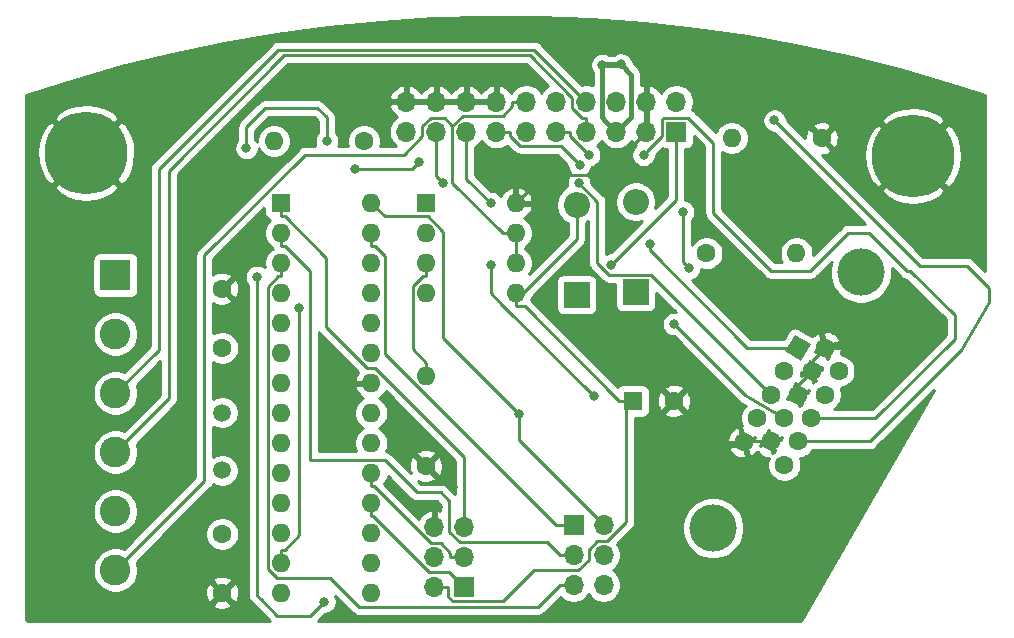
<source format=gbr>
G04 #@! TF.GenerationSoftware,KiCad,Pcbnew,5.1.5-52549c5~86~ubuntu18.04.1*
G04 #@! TF.CreationDate,2020-04-16T22:39:54-04:00*
G04 #@! TF.ProjectId,imac_g3_333mhz_slot_loading_J20_adapter_board,696d6163-5f67-4335-9f33-33336d687a5f,3*
G04 #@! TF.SameCoordinates,Original*
G04 #@! TF.FileFunction,Copper,L2,Bot*
G04 #@! TF.FilePolarity,Positive*
%FSLAX46Y46*%
G04 Gerber Fmt 4.6, Leading zero omitted, Abs format (unit mm)*
G04 Created by KiCad (PCBNEW 5.1.5-52549c5~86~ubuntu18.04.1) date 2020-04-16 22:39:54*
%MOMM*%
%LPD*%
G04 APERTURE LIST*
%ADD10O,1.700000X1.700000*%
%ADD11R,1.700000X1.700000*%
%ADD12R,1.600000X1.600000*%
%ADD13O,1.600000X1.600000*%
%ADD14C,1.500000*%
%ADD15O,2.200000X2.200000*%
%ADD16R,2.200000X2.200000*%
%ADD17C,1.600000*%
%ADD18C,7.000001*%
%ADD19R,2.600000X2.600000*%
%ADD20C,2.600000*%
%ADD21C,7.000000*%
%ADD22C,0.100000*%
%ADD23C,4.000000*%
%ADD24C,0.800000*%
%ADD25C,0.250000*%
%ADD26C,0.500000*%
%ADD27C,0.400000*%
%ADD28C,0.254000*%
G04 APERTURE END LIST*
D10*
X166243000Y-65563800D03*
X166243000Y-68103800D03*
X168783000Y-65563800D03*
X168783000Y-68103800D03*
X171323000Y-65563800D03*
X171323000Y-68103800D03*
X173863000Y-65563800D03*
X173863000Y-68103800D03*
X176403000Y-65563800D03*
X176403000Y-68103800D03*
X178943000Y-65563800D03*
X178943000Y-68103800D03*
X181483000Y-65563800D03*
X181483000Y-68103800D03*
X184023000Y-65563800D03*
X184023000Y-68103800D03*
X186563000Y-65563800D03*
X186563000Y-68103800D03*
X189103000Y-65563800D03*
D11*
X189103000Y-68103800D03*
D12*
X155653000Y-74153800D03*
D13*
X163273000Y-107173800D03*
X155653000Y-76693800D03*
X163273000Y-104633800D03*
X155653000Y-79233800D03*
X163273000Y-102093800D03*
X155653000Y-81773800D03*
X163273000Y-99553800D03*
X155653000Y-84313800D03*
X163273000Y-97013800D03*
X155653000Y-86853800D03*
X163273000Y-94473800D03*
X155653000Y-89393800D03*
X163273000Y-91933800D03*
X155653000Y-91933800D03*
X163273000Y-89393800D03*
X155653000Y-94473800D03*
X163273000Y-86853800D03*
X155653000Y-97013800D03*
X163273000Y-84313800D03*
X155653000Y-99553800D03*
X163273000Y-81773800D03*
X155653000Y-102093800D03*
X163273000Y-79233800D03*
X155653000Y-104633800D03*
X163273000Y-76693800D03*
X155653000Y-107173800D03*
X163273000Y-74153800D03*
D14*
X150653000Y-91903800D03*
X150653000Y-96783800D03*
D15*
X180653000Y-74283800D03*
D16*
X180653000Y-81903800D03*
X185653000Y-81653800D03*
D15*
X185653000Y-74033800D03*
D17*
X167903000Y-96403800D03*
D13*
X167903000Y-88783800D03*
D12*
X167903000Y-74153800D03*
D13*
X175523000Y-81773800D03*
X167903000Y-76693800D03*
X175523000Y-79233800D03*
X167903000Y-79233800D03*
X175523000Y-76693800D03*
X167903000Y-81773800D03*
X175523000Y-74153800D03*
D18*
X209153000Y-70153800D03*
D13*
X199273000Y-78403800D03*
D17*
X191653000Y-78403800D03*
D19*
X141605000Y-80236000D03*
D20*
X141605000Y-85236000D03*
X141605000Y-90236000D03*
X141605000Y-95236000D03*
X141605000Y-100236000D03*
X141605000Y-105236000D03*
D12*
X185403000Y-90903800D03*
D17*
X188903000Y-90903800D03*
D11*
X171153000Y-106654000D03*
D10*
X168613000Y-106654000D03*
X171153000Y-104114000D03*
X168613000Y-104114000D03*
X171153000Y-101574000D03*
X168613000Y-101574000D03*
D21*
X139153000Y-69903800D03*
D11*
X180403000Y-101404000D03*
D10*
X182943000Y-101404000D03*
X180403000Y-103944000D03*
X182943000Y-103944000D03*
X180403000Y-106484000D03*
X182943000Y-106484000D03*
G04 #@! TA.AperFunction,ComponentPad*
D22*
G36*
X199695820Y-87496620D02*
G01*
X198310180Y-86696620D01*
X199110180Y-85310980D01*
X200495820Y-86110980D01*
X199695820Y-87496620D01*
G37*
G04 #@! TD.AperFunction*
D17*
X198258000Y-88386998D03*
X197113000Y-90370196D03*
X195968000Y-92353395D03*
X194823000Y-94336593D03*
X201690230Y-86402201D03*
X200545230Y-88385399D03*
X199400230Y-90368597D03*
X198255230Y-92351795D03*
X197110230Y-94334994D03*
X202832461Y-88383800D03*
X201687461Y-90366998D03*
X200542461Y-92350196D03*
X199397461Y-94333395D03*
X198252461Y-96316593D03*
D23*
X192225256Y-101676017D03*
X204725256Y-80025382D03*
D17*
X150653000Y-86403800D03*
X150653000Y-81403800D03*
X150653000Y-102154000D03*
X150653000Y-107154000D03*
D13*
X193783000Y-68653800D03*
D17*
X201403000Y-68653800D03*
X162653000Y-68903800D03*
D13*
X155033000Y-68903800D03*
D24*
X192653000Y-90903800D03*
X190903000Y-94903800D03*
X192403000Y-93403800D03*
X177403000Y-75153800D03*
X177903000Y-77153800D03*
X196153000Y-76653800D03*
X183403000Y-82903800D03*
X180403000Y-84403800D03*
X184153000Y-85903800D03*
X210403000Y-83403800D03*
X165653000Y-98653800D03*
X166153000Y-99403800D03*
X168903000Y-99903800D03*
X170153000Y-98153800D03*
X165903000Y-92403800D03*
X165403000Y-94903800D03*
X167153000Y-93903800D03*
X165903000Y-93653800D03*
X169368600Y-72481900D03*
X186870400Y-77587400D03*
X182090600Y-90464000D03*
X173403000Y-74153800D03*
X173403000Y-79403800D03*
X180903000Y-70903800D03*
X180846100Y-72460700D03*
X188903000Y-84403800D03*
X190153000Y-79653814D03*
X189653000Y-74903800D03*
X181726950Y-70079850D03*
X186324400Y-70075200D03*
X197403000Y-67153800D03*
X152703000Y-69503800D03*
X159503000Y-68903800D03*
X161903000Y-71303800D03*
X167303000Y-70703800D03*
X175783490Y-91997990D03*
X183600400Y-79364400D03*
X184403000Y-62403800D03*
X182847999Y-62458801D03*
X157155900Y-83075800D03*
X153603000Y-80403800D03*
X159303000Y-107903800D03*
D25*
X199400230Y-89530399D02*
X200545230Y-88385399D01*
X199400230Y-90368597D02*
X199400230Y-89530399D01*
X200545230Y-87547201D02*
X201690230Y-86402201D01*
X200545230Y-88385399D02*
X200545230Y-87547201D01*
X194824599Y-94334994D02*
X194823000Y-94336593D01*
X197110230Y-94334994D02*
X194824599Y-94334994D01*
X192335793Y-94336593D02*
X194823000Y-94336593D01*
X188903000Y-90903800D02*
X192335793Y-94336593D01*
X186563000Y-65563800D02*
X186563000Y-68103800D01*
X182931101Y-71735699D02*
X177941101Y-71735699D01*
X186563000Y-68103800D02*
X182931101Y-71735699D01*
X176322999Y-73353801D02*
X175523000Y-74153800D01*
X177941101Y-71735699D02*
X176322999Y-73353801D01*
X201690230Y-86402201D02*
X207404599Y-86402201D01*
X207404599Y-86402201D02*
X210403000Y-83403800D01*
X210403000Y-83403800D02*
X210403000Y-83403800D01*
X169368600Y-72481900D02*
X168783000Y-71896300D01*
X168783000Y-71896300D02*
X168783000Y-68103800D01*
X195121115Y-86403800D02*
X186870400Y-78153085D01*
X186870400Y-78153085D02*
X186870400Y-77587400D01*
X199403000Y-86403800D02*
X195121115Y-86403800D01*
X171323000Y-68103800D02*
X171323000Y-69279100D01*
X182090600Y-90464000D02*
X174381300Y-82754700D01*
X171323000Y-69279100D02*
X171323000Y-72073800D01*
X171323000Y-72073800D02*
X173403000Y-74153800D01*
X173403000Y-74153800D02*
X173403000Y-74153800D01*
X173403000Y-81776400D02*
X174381300Y-82754700D01*
X173403000Y-79403800D02*
X173403000Y-81776400D01*
X197113000Y-90370200D02*
X186960800Y-80218000D01*
X186960800Y-80218000D02*
X183402600Y-80218000D01*
X183402600Y-80218000D02*
X182411000Y-79226400D01*
X182411000Y-79226400D02*
X182411000Y-74025600D01*
X182411000Y-74025600D02*
X180846100Y-72460700D01*
X177664500Y-69279100D02*
X175846200Y-69279100D01*
X175846200Y-69279100D02*
X175038300Y-68471200D01*
X175038300Y-68471200D02*
X175038300Y-68103800D01*
X173863000Y-68103800D02*
X175038300Y-68103800D01*
X177721100Y-69335700D02*
X177664500Y-69279100D01*
X179334900Y-69335700D02*
X180903000Y-70903800D01*
X177721100Y-69335700D02*
X179334900Y-69335700D01*
X198255230Y-92351795D02*
X194903000Y-90403800D01*
X194903000Y-90403800D02*
X188903000Y-84403800D01*
X188903000Y-84403800D02*
X188903000Y-84403800D01*
X190153000Y-79653814D02*
X189653000Y-79153814D01*
X189653000Y-79153814D02*
X189653000Y-74903800D01*
X163273000Y-76693800D02*
X163273000Y-77819100D01*
X163273000Y-77819100D02*
X163554400Y-77819100D01*
X163554400Y-77819100D02*
X164398300Y-78663000D01*
X164398300Y-78663000D02*
X164398300Y-86890400D01*
X164398300Y-86890400D02*
X178911900Y-101404000D01*
X178911900Y-101404000D02*
X180403000Y-101404000D01*
X180118300Y-68103800D02*
X178943000Y-68103800D01*
X180118300Y-68471200D02*
X180118300Y-68103800D01*
X181800900Y-70153800D02*
X181726950Y-70079850D01*
X181726950Y-70079850D02*
X180118300Y-68471200D01*
X186324400Y-70075200D02*
X186245800Y-70153800D01*
X186724399Y-69675201D02*
X186324400Y-70075200D01*
X208903000Y-79903800D02*
X208653000Y-79903800D01*
X192240600Y-69041500D02*
X190127500Y-66928400D01*
X212653000Y-83653800D02*
X208903000Y-79903800D01*
X208653000Y-79903800D02*
X205403000Y-76653800D01*
X212653000Y-85653800D02*
X212653000Y-83653800D01*
X200542500Y-92350200D02*
X205956600Y-92350200D01*
X205956600Y-92350200D02*
X212653000Y-85653800D01*
X205403000Y-76653800D02*
X203653000Y-76653800D01*
X190127500Y-66928400D02*
X188071900Y-66928400D01*
X188071900Y-66928400D02*
X187927600Y-67072700D01*
X203653000Y-76653800D02*
X200403000Y-79903800D01*
X200403000Y-79903800D02*
X197153000Y-79903800D01*
X197153000Y-79903800D02*
X192240600Y-74991400D01*
X192240600Y-74991400D02*
X192240600Y-69041500D01*
X187927600Y-67072700D02*
X187927600Y-68472000D01*
X187927600Y-68472000D02*
X186724399Y-69675201D01*
X199397500Y-94333400D02*
X200162000Y-94333400D01*
X213702989Y-79453789D02*
X209702989Y-79453789D01*
X205473405Y-94333395D02*
X213238566Y-86568234D01*
X215549988Y-82560112D02*
X215549988Y-81300788D01*
X199397461Y-94333395D02*
X205473405Y-94333395D01*
X213238566Y-86568234D02*
X215549988Y-82560112D01*
X215549988Y-81300788D02*
X213702989Y-79453789D01*
X209702989Y-79453789D02*
X197802999Y-67553799D01*
X197802999Y-67553799D02*
X197403000Y-67153800D01*
X159503000Y-68903800D02*
X159503000Y-68903800D01*
X161903000Y-71303800D02*
X166703000Y-71303800D01*
X166703000Y-71303800D02*
X167303000Y-70703800D01*
X167303000Y-70703800D02*
X167303000Y-70703800D01*
X159503000Y-66903800D02*
X159503000Y-68903800D01*
X158703000Y-66103800D02*
X159503000Y-66903800D01*
X154303000Y-66103800D02*
X158703000Y-66103800D01*
X152703000Y-69503800D02*
X152703000Y-67703800D01*
X152703000Y-67703800D02*
X154303000Y-66103800D01*
X168082000Y-75279100D02*
X169383200Y-76580300D01*
X164398300Y-75279100D02*
X168082000Y-75279100D01*
X169383200Y-85597700D02*
X175383491Y-91597991D01*
X163273000Y-74153800D02*
X164398300Y-75279100D01*
X169383200Y-76580300D02*
X169383200Y-85597700D01*
X175783490Y-94244490D02*
X175783490Y-92563675D01*
X175383491Y-91597991D02*
X175783490Y-91997990D01*
X182943000Y-101404000D02*
X175783490Y-94244490D01*
X175783490Y-92563675D02*
X175783490Y-91997990D01*
X183600400Y-79364400D02*
X189103000Y-73861800D01*
X189103000Y-73861800D02*
X189103000Y-68103800D01*
X184403000Y-62403800D02*
X184403000Y-62403800D01*
X182847999Y-62458801D02*
X182847999Y-62458801D01*
D26*
X184347999Y-62458801D02*
X184403000Y-62403800D01*
X182847999Y-62458801D02*
X184347999Y-62458801D01*
D27*
X184872999Y-67253801D02*
X184023000Y-68103800D01*
X185273001Y-63273801D02*
X185273001Y-66853799D01*
X185273001Y-66853799D02*
X184872999Y-67253801D01*
X184403000Y-62403800D02*
X185273001Y-63273801D01*
X183173001Y-67253801D02*
X184023000Y-68103800D01*
X182772999Y-66853799D02*
X183173001Y-67253801D01*
X182772999Y-64963799D02*
X182772999Y-66853799D01*
X182847999Y-64888799D02*
X182772999Y-64963799D01*
X182847999Y-62458801D02*
X182847999Y-64888799D01*
D25*
X168613000Y-106654000D02*
X169788300Y-106654000D01*
X184840400Y-90903800D02*
X184840400Y-101169000D01*
X184840400Y-101169000D02*
X183240800Y-102768600D01*
X183240800Y-102768600D02*
X182417400Y-102768600D01*
X182417400Y-102768600D02*
X181673000Y-103513000D01*
X181673000Y-103513000D02*
X181673000Y-104338800D01*
X181673000Y-104338800D02*
X180779600Y-105232200D01*
X180779600Y-105232200D02*
X177028600Y-105232200D01*
X177028600Y-105232200D02*
X174431500Y-107829300D01*
X174431500Y-107829300D02*
X170155500Y-107829300D01*
X170155500Y-107829300D02*
X169788300Y-107462100D01*
X169788300Y-107462100D02*
X169788300Y-106654000D01*
X184840400Y-90903800D02*
X184277700Y-90903800D01*
X185403000Y-90903800D02*
X184840400Y-90903800D01*
X175523000Y-82336400D02*
X180653000Y-77206400D01*
X180653000Y-77206400D02*
X180653000Y-74283800D01*
X175523000Y-82336400D02*
X175523000Y-82899100D01*
X175523000Y-81773800D02*
X175523000Y-82336400D01*
X184277700Y-90903800D02*
X176273000Y-82899100D01*
X176273000Y-82899100D02*
X175523000Y-82899100D01*
X181483000Y-66928500D02*
X181483000Y-68103800D01*
X181115600Y-66928500D02*
X181483000Y-66928500D01*
X180307700Y-66120600D02*
X181115600Y-66928500D01*
X141605000Y-95236000D02*
X146153000Y-90688000D01*
X146153000Y-90688000D02*
X146153000Y-71403800D01*
X146153000Y-71403800D02*
X155903000Y-61653800D01*
X155903000Y-61653800D02*
X176706900Y-61653800D01*
X176706900Y-61653800D02*
X180307700Y-65254600D01*
X180307700Y-65254600D02*
X180307700Y-66120600D01*
X177073000Y-61153800D02*
X181483000Y-65563800D01*
X155403000Y-61153800D02*
X177073000Y-61153800D01*
X145284500Y-71272300D02*
X155403000Y-61153800D01*
X141605000Y-90236000D02*
X145284500Y-86556500D01*
X145284500Y-86556500D02*
X145284500Y-71272300D01*
X170147600Y-67589200D02*
X170997700Y-66739100D01*
X170997700Y-66739100D02*
X174419800Y-66739100D01*
X174419800Y-66739100D02*
X175227700Y-65931200D01*
X175227700Y-65931200D02*
X175227700Y-65563800D01*
X174397700Y-76693800D02*
X170147600Y-72443700D01*
X170147600Y-72443700D02*
X170147600Y-67589200D01*
X170147600Y-67589200D02*
X169486900Y-66928500D01*
X169486900Y-66928500D02*
X168296100Y-66928500D01*
X168296100Y-66928500D02*
X167607700Y-67616900D01*
X167607700Y-67616900D02*
X167607700Y-68450100D01*
X167607700Y-68450100D02*
X166017200Y-70040600D01*
X166017200Y-70040600D02*
X157687700Y-70040600D01*
X157687700Y-70040600D02*
X149141700Y-78586600D01*
X149141700Y-78586600D02*
X149141700Y-97699300D01*
X149141700Y-97699300D02*
X141605000Y-105236000D01*
X176403000Y-65563800D02*
X175227700Y-65563800D01*
X174960400Y-76693800D02*
X175523000Y-77256400D01*
X175523000Y-77256400D02*
X175523000Y-79233800D01*
X174960400Y-76693800D02*
X174397700Y-76693800D01*
X175523000Y-76693800D02*
X174960400Y-76693800D01*
X155653000Y-104633800D02*
X155653000Y-103508500D01*
X157155900Y-83075800D02*
X157155900Y-102286900D01*
X157155900Y-102286900D02*
X155934300Y-103508500D01*
X155934300Y-103508500D02*
X155653000Y-103508500D01*
X163273000Y-99553800D02*
X163273000Y-100679100D01*
X171153000Y-106654000D02*
X169883000Y-105384000D01*
X169883000Y-105384000D02*
X168154800Y-105384000D01*
X168154800Y-105384000D02*
X163449900Y-100679100D01*
X163449900Y-100679100D02*
X163273000Y-100679100D01*
X163273000Y-97013800D02*
X163273000Y-98139100D01*
X171153000Y-104114000D02*
X169977700Y-104114000D01*
X169977700Y-104114000D02*
X169977700Y-103746600D01*
X169977700Y-103746600D02*
X169169800Y-102938700D01*
X169169800Y-102938700D02*
X168308100Y-102938700D01*
X168308100Y-102938700D02*
X163508500Y-98139100D01*
X163508500Y-98139100D02*
X163273000Y-98139100D01*
X155653000Y-74153800D02*
X155653000Y-75279100D01*
X171153000Y-101574000D02*
X171153000Y-95648800D01*
X171153000Y-95648800D02*
X163628000Y-88123800D01*
X163628000Y-88123800D02*
X162915900Y-88123800D01*
X162915900Y-88123800D02*
X159463000Y-84670900D01*
X159463000Y-84670900D02*
X159463000Y-78807800D01*
X159463000Y-78807800D02*
X155934300Y-75279100D01*
X155934300Y-75279100D02*
X155653000Y-75279100D01*
X167903000Y-88783800D02*
X167903000Y-87658500D01*
X167903000Y-79233800D02*
X167903000Y-80359100D01*
X167903000Y-80359100D02*
X167621700Y-80359100D01*
X167621700Y-80359100D02*
X166777700Y-81203100D01*
X166777700Y-81203100D02*
X166777700Y-86533200D01*
X166777700Y-86533200D02*
X167903000Y-87658500D01*
X163813001Y-95888799D02*
X162732999Y-95888799D01*
X180403000Y-103944000D02*
X179227700Y-103944000D01*
X164403000Y-95903800D02*
X163828002Y-95903800D01*
X169883000Y-101988200D02*
X169883000Y-99383800D01*
X170747000Y-102852200D02*
X169883000Y-101988200D01*
X178135900Y-102852200D02*
X170747000Y-102852200D01*
X169153000Y-98653800D02*
X167153000Y-98653800D01*
X179227700Y-103944000D02*
X178135900Y-102852200D01*
X167153000Y-98653800D02*
X164403000Y-95903800D01*
X163828002Y-95903800D02*
X163813001Y-95888799D01*
X162717998Y-95903800D02*
X158054800Y-95903800D01*
X169883000Y-99383800D02*
X169153000Y-98653800D01*
X155934300Y-77819100D02*
X155653000Y-77819100D01*
X155653000Y-77819100D02*
X155653000Y-76693800D01*
X158054800Y-95903800D02*
X158054800Y-79939600D01*
X162732999Y-95888799D02*
X162717998Y-95903800D01*
X158054800Y-79939600D02*
X155934300Y-77819100D01*
X180403000Y-106484000D02*
X179227700Y-106484000D01*
X155653000Y-79233800D02*
X155653000Y-80359100D01*
X155653000Y-80359100D02*
X155371700Y-80359100D01*
X155371700Y-80359100D02*
X154509100Y-81221700D01*
X154509100Y-81221700D02*
X154509100Y-105102700D01*
X154509100Y-105102700D02*
X155310200Y-105903800D01*
X155310200Y-105903800D02*
X159778000Y-105903800D01*
X159778000Y-105903800D02*
X162194700Y-108320500D01*
X162194700Y-108320500D02*
X177391200Y-108320500D01*
X177391200Y-108320500D02*
X179227700Y-106484000D01*
X153603000Y-80403800D02*
X153603000Y-107403800D01*
X153603000Y-107403800D02*
X153903000Y-107703800D01*
X153903000Y-107703800D02*
X155303000Y-109103800D01*
X155303000Y-109103800D02*
X158103000Y-109103800D01*
X158103000Y-109103800D02*
X159303000Y-107903800D01*
X159303000Y-107903800D02*
X159303000Y-107903800D01*
D28*
G36*
X177436893Y-58396418D02*
G01*
X181894818Y-58572394D01*
X186343904Y-58903844D01*
X190778726Y-59390364D01*
X195193826Y-60031355D01*
X199583891Y-60826045D01*
X203943576Y-61773468D01*
X208267481Y-62872450D01*
X212551905Y-64122104D01*
X215239998Y-64995518D01*
X215239999Y-79915997D01*
X214266793Y-78942792D01*
X214242990Y-78913788D01*
X214127265Y-78818815D01*
X213995236Y-78748243D01*
X213851975Y-78704786D01*
X213740322Y-78693789D01*
X213740311Y-78693789D01*
X213702989Y-78690113D01*
X213665667Y-78693789D01*
X210017791Y-78693789D01*
X204391957Y-73067955D01*
X206418450Y-73067955D01*
X206814634Y-73588350D01*
X207529612Y-73978548D01*
X208306976Y-74221764D01*
X209116853Y-74308651D01*
X209928118Y-74235869D01*
X210709597Y-74006215D01*
X211431256Y-73628515D01*
X211491366Y-73588350D01*
X211887550Y-73067955D01*
X209153000Y-70333405D01*
X206418450Y-73067955D01*
X204391957Y-73067955D01*
X201441655Y-70117653D01*
X204998149Y-70117653D01*
X205070931Y-70928918D01*
X205300585Y-71710397D01*
X205678285Y-72432056D01*
X205718450Y-72492166D01*
X206238845Y-72888350D01*
X208973395Y-70153800D01*
X209332605Y-70153800D01*
X212067155Y-72888350D01*
X212587550Y-72492166D01*
X212977748Y-71777188D01*
X213220964Y-70999824D01*
X213307851Y-70189947D01*
X213235069Y-69378682D01*
X213005415Y-68597203D01*
X212627715Y-67875544D01*
X212587550Y-67815434D01*
X212067155Y-67419250D01*
X209332605Y-70153800D01*
X208973395Y-70153800D01*
X206238845Y-67419250D01*
X205718450Y-67815434D01*
X205328252Y-68530412D01*
X205085036Y-69307776D01*
X204998149Y-70117653D01*
X201441655Y-70117653D01*
X201415141Y-70091140D01*
X201473512Y-70094017D01*
X201753130Y-70052587D01*
X202019292Y-69957403D01*
X202144514Y-69890471D01*
X202216097Y-69646502D01*
X201403000Y-68833405D01*
X201388858Y-68847548D01*
X201209253Y-68667943D01*
X201223395Y-68653800D01*
X201582605Y-68653800D01*
X202395702Y-69466897D01*
X202639671Y-69395314D01*
X202760571Y-69139804D01*
X202829300Y-68865616D01*
X202843217Y-68583288D01*
X202801787Y-68303670D01*
X202706603Y-68037508D01*
X202639671Y-67912286D01*
X202395702Y-67840703D01*
X201582605Y-68653800D01*
X201223395Y-68653800D01*
X200410298Y-67840703D01*
X200166329Y-67912286D01*
X200045429Y-68167796D01*
X199976700Y-68441984D01*
X199966801Y-68642800D01*
X198985099Y-67661098D01*
X200589903Y-67661098D01*
X201403000Y-68474195D01*
X202216097Y-67661098D01*
X202144514Y-67417129D01*
X201889004Y-67296229D01*
X201663268Y-67239645D01*
X206418450Y-67239645D01*
X209153000Y-69974195D01*
X211887550Y-67239645D01*
X211491366Y-66719250D01*
X210776388Y-66329052D01*
X209999024Y-66085836D01*
X209189147Y-65998949D01*
X208377882Y-66071731D01*
X207596403Y-66301385D01*
X206874744Y-66679085D01*
X206814634Y-66719250D01*
X206418450Y-67239645D01*
X201663268Y-67239645D01*
X201614816Y-67227500D01*
X201332488Y-67213583D01*
X201052870Y-67255013D01*
X200786708Y-67350197D01*
X200661486Y-67417129D01*
X200589903Y-67661098D01*
X198985099Y-67661098D01*
X198438000Y-67113999D01*
X198438000Y-67051861D01*
X198398226Y-66851902D01*
X198320205Y-66663544D01*
X198206937Y-66494026D01*
X198062774Y-66349863D01*
X197893256Y-66236595D01*
X197704898Y-66158574D01*
X197504939Y-66118800D01*
X197301061Y-66118800D01*
X197101102Y-66158574D01*
X196912744Y-66236595D01*
X196743226Y-66349863D01*
X196599063Y-66494026D01*
X196485795Y-66663544D01*
X196407774Y-66851902D01*
X196368000Y-67051861D01*
X196368000Y-67255739D01*
X196407774Y-67455698D01*
X196485795Y-67644056D01*
X196599063Y-67813574D01*
X196743226Y-67957737D01*
X196912744Y-68071005D01*
X197101102Y-68149026D01*
X197301061Y-68188800D01*
X197363199Y-68188800D01*
X205068198Y-75893800D01*
X203690322Y-75893800D01*
X203652999Y-75890124D01*
X203615676Y-75893800D01*
X203615667Y-75893800D01*
X203504014Y-75904797D01*
X203360753Y-75948254D01*
X203228723Y-76018826D01*
X203167225Y-76069297D01*
X203112999Y-76113799D01*
X203089201Y-76142797D01*
X200708000Y-78523999D01*
X200708000Y-78262465D01*
X200652853Y-77985226D01*
X200544680Y-77724073D01*
X200387637Y-77489041D01*
X200187759Y-77289163D01*
X199952727Y-77132120D01*
X199691574Y-77023947D01*
X199414335Y-76968800D01*
X199131665Y-76968800D01*
X198854426Y-77023947D01*
X198593273Y-77132120D01*
X198358241Y-77289163D01*
X198158363Y-77489041D01*
X198001320Y-77724073D01*
X197893147Y-77985226D01*
X197838000Y-78262465D01*
X197838000Y-78545135D01*
X197893147Y-78822374D01*
X198001320Y-79083527D01*
X198041593Y-79143800D01*
X197467802Y-79143800D01*
X193000600Y-74676599D01*
X193000600Y-69856876D01*
X193103273Y-69925480D01*
X193364426Y-70033653D01*
X193641665Y-70088800D01*
X193924335Y-70088800D01*
X194201574Y-70033653D01*
X194462727Y-69925480D01*
X194697759Y-69768437D01*
X194897637Y-69568559D01*
X195054680Y-69333527D01*
X195162853Y-69072374D01*
X195218000Y-68795135D01*
X195218000Y-68512465D01*
X195162853Y-68235226D01*
X195054680Y-67974073D01*
X194897637Y-67739041D01*
X194697759Y-67539163D01*
X194462727Y-67382120D01*
X194201574Y-67273947D01*
X193924335Y-67218800D01*
X193641665Y-67218800D01*
X193364426Y-67273947D01*
X193103273Y-67382120D01*
X192868241Y-67539163D01*
X192668363Y-67739041D01*
X192511320Y-67974073D01*
X192434188Y-68160286D01*
X190691304Y-66417403D01*
X190667501Y-66388399D01*
X190551776Y-66293426D01*
X190434170Y-66230563D01*
X190530932Y-65996958D01*
X190588000Y-65710060D01*
X190588000Y-65417540D01*
X190530932Y-65130642D01*
X190418990Y-64860389D01*
X190256475Y-64617168D01*
X190049632Y-64410325D01*
X189806411Y-64247810D01*
X189536158Y-64135868D01*
X189249260Y-64078800D01*
X188956740Y-64078800D01*
X188669842Y-64135868D01*
X188399589Y-64247810D01*
X188156368Y-64410325D01*
X187949525Y-64617168D01*
X187827805Y-64799334D01*
X187758178Y-64682445D01*
X187563269Y-64466212D01*
X187329920Y-64292159D01*
X187067099Y-64166975D01*
X186919890Y-64122324D01*
X186690000Y-64243645D01*
X186690000Y-65436800D01*
X186710000Y-65436800D01*
X186710000Y-65690800D01*
X186690000Y-65690800D01*
X186690000Y-67976800D01*
X186710000Y-67976800D01*
X186710000Y-68230800D01*
X186690000Y-68230800D01*
X186690000Y-68250800D01*
X186436000Y-68250800D01*
X186436000Y-68230800D01*
X186416000Y-68230800D01*
X186416000Y-67976800D01*
X186436000Y-67976800D01*
X186436000Y-65690800D01*
X186416000Y-65690800D01*
X186416000Y-65436800D01*
X186436000Y-65436800D01*
X186436000Y-64243645D01*
X186206110Y-64122324D01*
X186108001Y-64152082D01*
X186108001Y-63314816D01*
X186112041Y-63273800D01*
X186108001Y-63232782D01*
X186095919Y-63110112D01*
X186048173Y-62952714D01*
X185970637Y-62807655D01*
X185866292Y-62680510D01*
X185834428Y-62654361D01*
X185427093Y-62247025D01*
X185398226Y-62101902D01*
X185320205Y-61913544D01*
X185206937Y-61744026D01*
X185062774Y-61599863D01*
X184893256Y-61486595D01*
X184704898Y-61408574D01*
X184504939Y-61368800D01*
X184301061Y-61368800D01*
X184101102Y-61408574D01*
X183912744Y-61486595D01*
X183782231Y-61573801D01*
X183386453Y-61573801D01*
X183338255Y-61541596D01*
X183149897Y-61463575D01*
X182949938Y-61423801D01*
X182746060Y-61423801D01*
X182546101Y-61463575D01*
X182357743Y-61541596D01*
X182188225Y-61654864D01*
X182044062Y-61799027D01*
X181930794Y-61968545D01*
X181852773Y-62156903D01*
X181812999Y-62356862D01*
X181812999Y-62560740D01*
X181852773Y-62760699D01*
X181930794Y-62949057D01*
X182012999Y-63072086D01*
X182013000Y-64175981D01*
X181916158Y-64135868D01*
X181629260Y-64078800D01*
X181336740Y-64078800D01*
X181116592Y-64122590D01*
X177636804Y-60642803D01*
X177613001Y-60613799D01*
X177497276Y-60518826D01*
X177365247Y-60448254D01*
X177221986Y-60404797D01*
X177110333Y-60393800D01*
X177110322Y-60393800D01*
X177073000Y-60390124D01*
X177035678Y-60393800D01*
X155440323Y-60393800D01*
X155403000Y-60390124D01*
X155365677Y-60393800D01*
X155365667Y-60393800D01*
X155254014Y-60404797D01*
X155111079Y-60448155D01*
X155110753Y-60448254D01*
X154978723Y-60518826D01*
X154898951Y-60584294D01*
X154862999Y-60613799D01*
X154839201Y-60642797D01*
X144773498Y-70708501D01*
X144744500Y-70732299D01*
X144720702Y-70761297D01*
X144720701Y-70761298D01*
X144649526Y-70848024D01*
X144578954Y-70980054D01*
X144569399Y-71011554D01*
X144535498Y-71123314D01*
X144532395Y-71154815D01*
X144520824Y-71272300D01*
X144524501Y-71309633D01*
X144524500Y-86241698D01*
X142325986Y-88440213D01*
X142169419Y-88375361D01*
X141795581Y-88301000D01*
X141414419Y-88301000D01*
X141040581Y-88375361D01*
X140688434Y-88521225D01*
X140371509Y-88732987D01*
X140101987Y-89002509D01*
X139890225Y-89319434D01*
X139744361Y-89671581D01*
X139670000Y-90045419D01*
X139670000Y-90426581D01*
X139744361Y-90800419D01*
X139890225Y-91152566D01*
X140101987Y-91469491D01*
X140371509Y-91739013D01*
X140688434Y-91950775D01*
X141040581Y-92096639D01*
X141414419Y-92171000D01*
X141795581Y-92171000D01*
X142169419Y-92096639D01*
X142521566Y-91950775D01*
X142838491Y-91739013D01*
X143108013Y-91469491D01*
X143319775Y-91152566D01*
X143465639Y-90800419D01*
X143540000Y-90426581D01*
X143540000Y-90045419D01*
X143465639Y-89671581D01*
X143400787Y-89515014D01*
X145393000Y-87522802D01*
X145393000Y-90373198D01*
X142325986Y-93440213D01*
X142169419Y-93375361D01*
X141795581Y-93301000D01*
X141414419Y-93301000D01*
X141040581Y-93375361D01*
X140688434Y-93521225D01*
X140371509Y-93732987D01*
X140101987Y-94002509D01*
X139890225Y-94319434D01*
X139744361Y-94671581D01*
X139670000Y-95045419D01*
X139670000Y-95426581D01*
X139744361Y-95800419D01*
X139890225Y-96152566D01*
X140101987Y-96469491D01*
X140371509Y-96739013D01*
X140688434Y-96950775D01*
X141040581Y-97096639D01*
X141414419Y-97171000D01*
X141795581Y-97171000D01*
X142169419Y-97096639D01*
X142521566Y-96950775D01*
X142838491Y-96739013D01*
X143108013Y-96469491D01*
X143319775Y-96152566D01*
X143465639Y-95800419D01*
X143540000Y-95426581D01*
X143540000Y-95045419D01*
X143465639Y-94671581D01*
X143400787Y-94515014D01*
X146664004Y-91251798D01*
X146693001Y-91228001D01*
X146787974Y-91112276D01*
X146858546Y-90980247D01*
X146902003Y-90836986D01*
X146913000Y-90725333D01*
X146913000Y-90725324D01*
X146916676Y-90688001D01*
X146913000Y-90650678D01*
X146913000Y-71718601D01*
X153424692Y-65206909D01*
X164801519Y-65206909D01*
X164922186Y-65436800D01*
X166116000Y-65436800D01*
X166116000Y-64243645D01*
X166370000Y-64243645D01*
X166370000Y-65436800D01*
X168656000Y-65436800D01*
X168656000Y-64243645D01*
X168910000Y-64243645D01*
X168910000Y-65436800D01*
X171196000Y-65436800D01*
X171196000Y-64243645D01*
X171450000Y-64243645D01*
X171450000Y-65436800D01*
X173736000Y-65436800D01*
X173736000Y-64243645D01*
X173506110Y-64122324D01*
X173358901Y-64166975D01*
X173096080Y-64292159D01*
X172862731Y-64466212D01*
X172667822Y-64682445D01*
X172593000Y-64808055D01*
X172518178Y-64682445D01*
X172323269Y-64466212D01*
X172089920Y-64292159D01*
X171827099Y-64166975D01*
X171679890Y-64122324D01*
X171450000Y-64243645D01*
X171196000Y-64243645D01*
X170966110Y-64122324D01*
X170818901Y-64166975D01*
X170556080Y-64292159D01*
X170322731Y-64466212D01*
X170127822Y-64682445D01*
X170053000Y-64808055D01*
X169978178Y-64682445D01*
X169783269Y-64466212D01*
X169549920Y-64292159D01*
X169287099Y-64166975D01*
X169139890Y-64122324D01*
X168910000Y-64243645D01*
X168656000Y-64243645D01*
X168426110Y-64122324D01*
X168278901Y-64166975D01*
X168016080Y-64292159D01*
X167782731Y-64466212D01*
X167587822Y-64682445D01*
X167513000Y-64808055D01*
X167438178Y-64682445D01*
X167243269Y-64466212D01*
X167009920Y-64292159D01*
X166747099Y-64166975D01*
X166599890Y-64122324D01*
X166370000Y-64243645D01*
X166116000Y-64243645D01*
X165886110Y-64122324D01*
X165738901Y-64166975D01*
X165476080Y-64292159D01*
X165242731Y-64466212D01*
X165047822Y-64682445D01*
X164898843Y-64932548D01*
X164801519Y-65206909D01*
X153424692Y-65206909D01*
X156217802Y-62413800D01*
X176392099Y-62413800D01*
X178231508Y-64253210D01*
X177996368Y-64410325D01*
X177789525Y-64617168D01*
X177673000Y-64791560D01*
X177556475Y-64617168D01*
X177349632Y-64410325D01*
X177106411Y-64247810D01*
X176836158Y-64135868D01*
X176549260Y-64078800D01*
X176256740Y-64078800D01*
X175969842Y-64135868D01*
X175699589Y-64247810D01*
X175456368Y-64410325D01*
X175249525Y-64617168D01*
X175127805Y-64799334D01*
X175058178Y-64682445D01*
X174863269Y-64466212D01*
X174629920Y-64292159D01*
X174367099Y-64166975D01*
X174219890Y-64122324D01*
X173990000Y-64243645D01*
X173990000Y-65436800D01*
X174010000Y-65436800D01*
X174010000Y-65690800D01*
X173990000Y-65690800D01*
X173990000Y-65710800D01*
X173736000Y-65710800D01*
X173736000Y-65690800D01*
X171450000Y-65690800D01*
X171450000Y-65710800D01*
X171196000Y-65710800D01*
X171196000Y-65690800D01*
X168910000Y-65690800D01*
X168910000Y-65710800D01*
X168656000Y-65710800D01*
X168656000Y-65690800D01*
X166370000Y-65690800D01*
X166370000Y-65710800D01*
X166116000Y-65710800D01*
X166116000Y-65690800D01*
X164922186Y-65690800D01*
X164801519Y-65920691D01*
X164898843Y-66195052D01*
X165047822Y-66445155D01*
X165242731Y-66661388D01*
X165472406Y-66832700D01*
X165296368Y-66950325D01*
X165089525Y-67157168D01*
X164927010Y-67400389D01*
X164815068Y-67670642D01*
X164758000Y-67957540D01*
X164758000Y-68250060D01*
X164815068Y-68536958D01*
X164927010Y-68807211D01*
X165089525Y-69050432D01*
X165296368Y-69257275D01*
X165331276Y-69280600D01*
X164041162Y-69280600D01*
X164088000Y-69045135D01*
X164088000Y-68762465D01*
X164032853Y-68485226D01*
X163924680Y-68224073D01*
X163767637Y-67989041D01*
X163567759Y-67789163D01*
X163332727Y-67632120D01*
X163071574Y-67523947D01*
X162794335Y-67468800D01*
X162511665Y-67468800D01*
X162234426Y-67523947D01*
X161973273Y-67632120D01*
X161738241Y-67789163D01*
X161538363Y-67989041D01*
X161381320Y-68224073D01*
X161273147Y-68485226D01*
X161218000Y-68762465D01*
X161218000Y-69045135D01*
X161264838Y-69280600D01*
X160467200Y-69280600D01*
X160498226Y-69205698D01*
X160538000Y-69005739D01*
X160538000Y-68801861D01*
X160498226Y-68601902D01*
X160420205Y-68413544D01*
X160306937Y-68244026D01*
X160263000Y-68200089D01*
X160263000Y-66941123D01*
X160266676Y-66903800D01*
X160263000Y-66866477D01*
X160263000Y-66866467D01*
X160252003Y-66754814D01*
X160208546Y-66611553D01*
X160137974Y-66479524D01*
X160043001Y-66363799D01*
X160014004Y-66340002D01*
X159266803Y-65592802D01*
X159243001Y-65563799D01*
X159127276Y-65468826D01*
X158995247Y-65398254D01*
X158851986Y-65354797D01*
X158740333Y-65343800D01*
X158740322Y-65343800D01*
X158703000Y-65340124D01*
X158665678Y-65343800D01*
X154340325Y-65343800D01*
X154303000Y-65340124D01*
X154265675Y-65343800D01*
X154265667Y-65343800D01*
X154154014Y-65354797D01*
X154010753Y-65398254D01*
X153878724Y-65468826D01*
X153762999Y-65563799D01*
X153739201Y-65592797D01*
X152191998Y-67140001D01*
X152163000Y-67163799D01*
X152139202Y-67192797D01*
X152139201Y-67192798D01*
X152068026Y-67279524D01*
X151997454Y-67411554D01*
X151974234Y-67488103D01*
X151957773Y-67542371D01*
X151953998Y-67554815D01*
X151939324Y-67703800D01*
X151943001Y-67741132D01*
X151943000Y-68800089D01*
X151899063Y-68844026D01*
X151785795Y-69013544D01*
X151707774Y-69201902D01*
X151668000Y-69401861D01*
X151668000Y-69605739D01*
X151707774Y-69805698D01*
X151785795Y-69994056D01*
X151899063Y-70163574D01*
X152043226Y-70307737D01*
X152212744Y-70421005D01*
X152401102Y-70499026D01*
X152601061Y-70538800D01*
X152804939Y-70538800D01*
X153004898Y-70499026D01*
X153193256Y-70421005D01*
X153362774Y-70307737D01*
X153506937Y-70163574D01*
X153620205Y-69994056D01*
X153698226Y-69805698D01*
X153738000Y-69605739D01*
X153738000Y-69527227D01*
X153761320Y-69583527D01*
X153918363Y-69818559D01*
X154118241Y-70018437D01*
X154353273Y-70175480D01*
X154614426Y-70283653D01*
X154891665Y-70338800D01*
X155174335Y-70338800D01*
X155451574Y-70283653D01*
X155712727Y-70175480D01*
X155947759Y-70018437D01*
X156147637Y-69818559D01*
X156304680Y-69583527D01*
X156412853Y-69322374D01*
X156468000Y-69045135D01*
X156468000Y-68762465D01*
X156412853Y-68485226D01*
X156304680Y-68224073D01*
X156147637Y-67989041D01*
X155947759Y-67789163D01*
X155712727Y-67632120D01*
X155451574Y-67523947D01*
X155174335Y-67468800D01*
X154891665Y-67468800D01*
X154614426Y-67523947D01*
X154353273Y-67632120D01*
X154118241Y-67789163D01*
X153918363Y-67989041D01*
X153761320Y-68224073D01*
X153653147Y-68485226D01*
X153598000Y-68762465D01*
X153598000Y-68980312D01*
X153506937Y-68844026D01*
X153463000Y-68800089D01*
X153463000Y-68018601D01*
X154617802Y-66863800D01*
X158388199Y-66863800D01*
X158743000Y-67218602D01*
X158743001Y-68200088D01*
X158699063Y-68244026D01*
X158585795Y-68413544D01*
X158507774Y-68601902D01*
X158468000Y-68801861D01*
X158468000Y-69005739D01*
X158507774Y-69205698D01*
X158538800Y-69280600D01*
X157725022Y-69280600D01*
X157687699Y-69276924D01*
X157650376Y-69280600D01*
X157650367Y-69280600D01*
X157538714Y-69291597D01*
X157424648Y-69326198D01*
X157395453Y-69335054D01*
X157263423Y-69405626D01*
X157190131Y-69465776D01*
X157147699Y-69500599D01*
X157123901Y-69529597D01*
X148630703Y-78022796D01*
X148601699Y-78046599D01*
X148556025Y-78102254D01*
X148506726Y-78162324D01*
X148453199Y-78262465D01*
X148436154Y-78294354D01*
X148392697Y-78437615D01*
X148381700Y-78549268D01*
X148381700Y-78549278D01*
X148378024Y-78586600D01*
X148381700Y-78623922D01*
X148381701Y-97384497D01*
X142325986Y-103440213D01*
X142169419Y-103375361D01*
X141795581Y-103301000D01*
X141414419Y-103301000D01*
X141040581Y-103375361D01*
X140688434Y-103521225D01*
X140371509Y-103732987D01*
X140101987Y-104002509D01*
X139890225Y-104319434D01*
X139744361Y-104671581D01*
X139670000Y-105045419D01*
X139670000Y-105426581D01*
X139744361Y-105800419D01*
X139890225Y-106152566D01*
X140101987Y-106469491D01*
X140371509Y-106739013D01*
X140688434Y-106950775D01*
X141040581Y-107096639D01*
X141414419Y-107171000D01*
X141795581Y-107171000D01*
X142169419Y-107096639D01*
X142521566Y-106950775D01*
X142838491Y-106739013D01*
X143108013Y-106469491D01*
X143313940Y-106161298D01*
X149839903Y-106161298D01*
X150653000Y-106974395D01*
X151466097Y-106161298D01*
X151394514Y-105917329D01*
X151139004Y-105796429D01*
X150864816Y-105727700D01*
X150582488Y-105713783D01*
X150302870Y-105755213D01*
X150036708Y-105850397D01*
X149911486Y-105917329D01*
X149839903Y-106161298D01*
X143313940Y-106161298D01*
X143319775Y-106152566D01*
X143465639Y-105800419D01*
X143540000Y-105426581D01*
X143540000Y-105045419D01*
X143465639Y-104671581D01*
X143400787Y-104515014D01*
X145903136Y-102012665D01*
X149218000Y-102012665D01*
X149218000Y-102295335D01*
X149273147Y-102572574D01*
X149381320Y-102833727D01*
X149538363Y-103068759D01*
X149738241Y-103268637D01*
X149973273Y-103425680D01*
X150234426Y-103533853D01*
X150511665Y-103589000D01*
X150794335Y-103589000D01*
X151071574Y-103533853D01*
X151332727Y-103425680D01*
X151567759Y-103268637D01*
X151767637Y-103068759D01*
X151924680Y-102833727D01*
X152032853Y-102572574D01*
X152088000Y-102295335D01*
X152088000Y-102012665D01*
X152032853Y-101735426D01*
X151924680Y-101474273D01*
X151767637Y-101239241D01*
X151567759Y-101039363D01*
X151332727Y-100882320D01*
X151071574Y-100774147D01*
X150794335Y-100719000D01*
X150511665Y-100719000D01*
X150234426Y-100774147D01*
X149973273Y-100882320D01*
X149738241Y-101039363D01*
X149538363Y-101239241D01*
X149381320Y-101474273D01*
X149273147Y-101735426D01*
X149218000Y-102012665D01*
X145903136Y-102012665D01*
X149652703Y-98263099D01*
X149681701Y-98239301D01*
X149776674Y-98123576D01*
X149847246Y-97991547D01*
X149867527Y-97924688D01*
X149996957Y-98011171D01*
X150249011Y-98115575D01*
X150516589Y-98168800D01*
X150789411Y-98168800D01*
X151056989Y-98115575D01*
X151309043Y-98011171D01*
X151535886Y-97859599D01*
X151728799Y-97666686D01*
X151880371Y-97439843D01*
X151984775Y-97187789D01*
X152038000Y-96920211D01*
X152038000Y-96647389D01*
X151984775Y-96379811D01*
X151880371Y-96127757D01*
X151728799Y-95900914D01*
X151535886Y-95708001D01*
X151309043Y-95556429D01*
X151056989Y-95452025D01*
X150789411Y-95398800D01*
X150516589Y-95398800D01*
X150249011Y-95452025D01*
X149996957Y-95556429D01*
X149901700Y-95620078D01*
X149901700Y-93067522D01*
X149996957Y-93131171D01*
X150249011Y-93235575D01*
X150516589Y-93288800D01*
X150789411Y-93288800D01*
X151056989Y-93235575D01*
X151309043Y-93131171D01*
X151535886Y-92979599D01*
X151728799Y-92786686D01*
X151880371Y-92559843D01*
X151984775Y-92307789D01*
X152038000Y-92040211D01*
X152038000Y-91767389D01*
X151984775Y-91499811D01*
X151880371Y-91247757D01*
X151728799Y-91020914D01*
X151535886Y-90828001D01*
X151309043Y-90676429D01*
X151056989Y-90572025D01*
X150789411Y-90518800D01*
X150516589Y-90518800D01*
X150249011Y-90572025D01*
X149996957Y-90676429D01*
X149901700Y-90740078D01*
X149901700Y-87627657D01*
X149973273Y-87675480D01*
X150234426Y-87783653D01*
X150511665Y-87838800D01*
X150794335Y-87838800D01*
X151071574Y-87783653D01*
X151332727Y-87675480D01*
X151567759Y-87518437D01*
X151767637Y-87318559D01*
X151924680Y-87083527D01*
X152032853Y-86822374D01*
X152088000Y-86545135D01*
X152088000Y-86262465D01*
X152032853Y-85985226D01*
X151924680Y-85724073D01*
X151767637Y-85489041D01*
X151567759Y-85289163D01*
X151332727Y-85132120D01*
X151071574Y-85023947D01*
X150794335Y-84968800D01*
X150511665Y-84968800D01*
X150234426Y-85023947D01*
X149973273Y-85132120D01*
X149901700Y-85179943D01*
X149901700Y-82607118D01*
X149911486Y-82640471D01*
X150166996Y-82761371D01*
X150441184Y-82830100D01*
X150723512Y-82844017D01*
X151003130Y-82802587D01*
X151269292Y-82707403D01*
X151394514Y-82640471D01*
X151466097Y-82396502D01*
X150653000Y-81583405D01*
X150638858Y-81597548D01*
X150459253Y-81417943D01*
X150473395Y-81403800D01*
X150832605Y-81403800D01*
X151645702Y-82216897D01*
X151889671Y-82145314D01*
X152010571Y-81889804D01*
X152079300Y-81615616D01*
X152093217Y-81333288D01*
X152051787Y-81053670D01*
X151956603Y-80787508D01*
X151889671Y-80662286D01*
X151645702Y-80590703D01*
X150832605Y-81403800D01*
X150473395Y-81403800D01*
X150459253Y-81389658D01*
X150638858Y-81210053D01*
X150653000Y-81224195D01*
X151466097Y-80411098D01*
X151394514Y-80167129D01*
X151139004Y-80046229D01*
X150864816Y-79977500D01*
X150582488Y-79963583D01*
X150302870Y-80005013D01*
X150036708Y-80100197D01*
X149911486Y-80167129D01*
X149901700Y-80200482D01*
X149901700Y-78901401D01*
X154214928Y-74588174D01*
X154214928Y-74953800D01*
X154227188Y-75078282D01*
X154263498Y-75197980D01*
X154322463Y-75308294D01*
X154401815Y-75404985D01*
X154498506Y-75484337D01*
X154608820Y-75543302D01*
X154728518Y-75579612D01*
X154736961Y-75580443D01*
X154538363Y-75779041D01*
X154381320Y-76014073D01*
X154273147Y-76275226D01*
X154218000Y-76552465D01*
X154218000Y-76835135D01*
X154273147Y-77112374D01*
X154381320Y-77373527D01*
X154538363Y-77608559D01*
X154738241Y-77808437D01*
X154898842Y-77915747D01*
X154903997Y-77968086D01*
X154914167Y-78001613D01*
X154738241Y-78119163D01*
X154538363Y-78319041D01*
X154381320Y-78554073D01*
X154273147Y-78815226D01*
X154218000Y-79092465D01*
X154218000Y-79375135D01*
X154262691Y-79599807D01*
X154093256Y-79486595D01*
X153904898Y-79408574D01*
X153704939Y-79368800D01*
X153501061Y-79368800D01*
X153301102Y-79408574D01*
X153112744Y-79486595D01*
X152943226Y-79599863D01*
X152799063Y-79744026D01*
X152685795Y-79913544D01*
X152607774Y-80101902D01*
X152568000Y-80301861D01*
X152568000Y-80505739D01*
X152607774Y-80705698D01*
X152685795Y-80894056D01*
X152799063Y-81063574D01*
X152843000Y-81107511D01*
X152843001Y-107366467D01*
X152839324Y-107403800D01*
X152843001Y-107441133D01*
X152853998Y-107552786D01*
X152856338Y-107560500D01*
X152897454Y-107696046D01*
X152968026Y-107828076D01*
X153030172Y-107903800D01*
X153063000Y-107943801D01*
X153091998Y-107967599D01*
X153339201Y-108214802D01*
X154684398Y-109560000D01*
X134382279Y-109560000D01*
X134284576Y-109550420D01*
X134221643Y-109531420D01*
X134163594Y-109500554D01*
X134112657Y-109459011D01*
X134070752Y-109408356D01*
X134039485Y-109350529D01*
X134020044Y-109287728D01*
X134010000Y-109192165D01*
X134010000Y-108146702D01*
X149839903Y-108146702D01*
X149911486Y-108390671D01*
X150166996Y-108511571D01*
X150441184Y-108580300D01*
X150723512Y-108594217D01*
X151003130Y-108552787D01*
X151269292Y-108457603D01*
X151394514Y-108390671D01*
X151466097Y-108146702D01*
X150653000Y-107333605D01*
X149839903Y-108146702D01*
X134010000Y-108146702D01*
X134010000Y-107224512D01*
X149212783Y-107224512D01*
X149254213Y-107504130D01*
X149349397Y-107770292D01*
X149416329Y-107895514D01*
X149660298Y-107967097D01*
X150473395Y-107154000D01*
X150832605Y-107154000D01*
X151645702Y-107967097D01*
X151889671Y-107895514D01*
X152010571Y-107640004D01*
X152079300Y-107365816D01*
X152093217Y-107083488D01*
X152051787Y-106803870D01*
X151956603Y-106537708D01*
X151889671Y-106412486D01*
X151645702Y-106340903D01*
X150832605Y-107154000D01*
X150473395Y-107154000D01*
X149660298Y-106340903D01*
X149416329Y-106412486D01*
X149295429Y-106667996D01*
X149226700Y-106942184D01*
X149212783Y-107224512D01*
X134010000Y-107224512D01*
X134010000Y-100045419D01*
X139670000Y-100045419D01*
X139670000Y-100426581D01*
X139744361Y-100800419D01*
X139890225Y-101152566D01*
X140101987Y-101469491D01*
X140371509Y-101739013D01*
X140688434Y-101950775D01*
X141040581Y-102096639D01*
X141414419Y-102171000D01*
X141795581Y-102171000D01*
X142169419Y-102096639D01*
X142521566Y-101950775D01*
X142838491Y-101739013D01*
X143108013Y-101469491D01*
X143319775Y-101152566D01*
X143465639Y-100800419D01*
X143540000Y-100426581D01*
X143540000Y-100045419D01*
X143465639Y-99671581D01*
X143319775Y-99319434D01*
X143108013Y-99002509D01*
X142838491Y-98732987D01*
X142521566Y-98521225D01*
X142169419Y-98375361D01*
X141795581Y-98301000D01*
X141414419Y-98301000D01*
X141040581Y-98375361D01*
X140688434Y-98521225D01*
X140371509Y-98732987D01*
X140101987Y-99002509D01*
X139890225Y-99319434D01*
X139744361Y-99671581D01*
X139670000Y-100045419D01*
X134010000Y-100045419D01*
X134010000Y-85045419D01*
X139670000Y-85045419D01*
X139670000Y-85426581D01*
X139744361Y-85800419D01*
X139890225Y-86152566D01*
X140101987Y-86469491D01*
X140371509Y-86739013D01*
X140688434Y-86950775D01*
X141040581Y-87096639D01*
X141414419Y-87171000D01*
X141795581Y-87171000D01*
X142169419Y-87096639D01*
X142521566Y-86950775D01*
X142838491Y-86739013D01*
X143108013Y-86469491D01*
X143319775Y-86152566D01*
X143465639Y-85800419D01*
X143540000Y-85426581D01*
X143540000Y-85045419D01*
X143465639Y-84671581D01*
X143319775Y-84319434D01*
X143108013Y-84002509D01*
X142838491Y-83732987D01*
X142521566Y-83521225D01*
X142169419Y-83375361D01*
X141795581Y-83301000D01*
X141414419Y-83301000D01*
X141040581Y-83375361D01*
X140688434Y-83521225D01*
X140371509Y-83732987D01*
X140101987Y-84002509D01*
X139890225Y-84319434D01*
X139744361Y-84671581D01*
X139670000Y-85045419D01*
X134010000Y-85045419D01*
X134010000Y-78936000D01*
X139666928Y-78936000D01*
X139666928Y-81536000D01*
X139679188Y-81660482D01*
X139715498Y-81780180D01*
X139774463Y-81890494D01*
X139853815Y-81987185D01*
X139950506Y-82066537D01*
X140060820Y-82125502D01*
X140180518Y-82161812D01*
X140305000Y-82174072D01*
X142905000Y-82174072D01*
X143029482Y-82161812D01*
X143149180Y-82125502D01*
X143259494Y-82066537D01*
X143356185Y-81987185D01*
X143435537Y-81890494D01*
X143494502Y-81780180D01*
X143530812Y-81660482D01*
X143543072Y-81536000D01*
X143543072Y-78936000D01*
X143530812Y-78811518D01*
X143494502Y-78691820D01*
X143435537Y-78581506D01*
X143356185Y-78484815D01*
X143259494Y-78405463D01*
X143149180Y-78346498D01*
X143029482Y-78310188D01*
X142905000Y-78297928D01*
X140305000Y-78297928D01*
X140180518Y-78310188D01*
X140060820Y-78346498D01*
X139950506Y-78405463D01*
X139853815Y-78484815D01*
X139774463Y-78581506D01*
X139715498Y-78691820D01*
X139679188Y-78811518D01*
X139666928Y-78936000D01*
X134010000Y-78936000D01*
X134010000Y-72817955D01*
X136418450Y-72817955D01*
X136814634Y-73338350D01*
X137529612Y-73728548D01*
X138306976Y-73971764D01*
X139116853Y-74058651D01*
X139928118Y-73985869D01*
X140709597Y-73756215D01*
X141431256Y-73378515D01*
X141491366Y-73338350D01*
X141887550Y-72817955D01*
X139153000Y-70083405D01*
X136418450Y-72817955D01*
X134010000Y-72817955D01*
X134010000Y-69867653D01*
X134998149Y-69867653D01*
X135070931Y-70678918D01*
X135300585Y-71460397D01*
X135678285Y-72182056D01*
X135718450Y-72242166D01*
X136238845Y-72638350D01*
X138973395Y-69903800D01*
X139332605Y-69903800D01*
X142067155Y-72638350D01*
X142587550Y-72242166D01*
X142977748Y-71527188D01*
X143220964Y-70749824D01*
X143307851Y-69939947D01*
X143235069Y-69128682D01*
X143005415Y-68347203D01*
X142627715Y-67625544D01*
X142587550Y-67565434D01*
X142067155Y-67169250D01*
X139332605Y-69903800D01*
X138973395Y-69903800D01*
X136238845Y-67169250D01*
X135718450Y-67565434D01*
X135328252Y-68280412D01*
X135085036Y-69057776D01*
X134998149Y-69867653D01*
X134010000Y-69867653D01*
X134010000Y-66989645D01*
X136418450Y-66989645D01*
X139153000Y-69724195D01*
X141887550Y-66989645D01*
X141491366Y-66469250D01*
X140776388Y-66079052D01*
X139999024Y-65835836D01*
X139189147Y-65748949D01*
X138377882Y-65821731D01*
X137596403Y-66051385D01*
X136874744Y-66429085D01*
X136814634Y-66469250D01*
X136418450Y-66989645D01*
X134010000Y-66989645D01*
X134010000Y-64997816D01*
X137811352Y-63781768D01*
X142105484Y-62571553D01*
X146439234Y-61511939D01*
X150807316Y-60604217D01*
X155204445Y-59849487D01*
X159625221Y-59248677D01*
X164064238Y-58802520D01*
X168516165Y-58511550D01*
X172975530Y-58376127D01*
X177436893Y-58396418D01*
G37*
X177436893Y-58396418D02*
X181894818Y-58572394D01*
X186343904Y-58903844D01*
X190778726Y-59390364D01*
X195193826Y-60031355D01*
X199583891Y-60826045D01*
X203943576Y-61773468D01*
X208267481Y-62872450D01*
X212551905Y-64122104D01*
X215239998Y-64995518D01*
X215239999Y-79915997D01*
X214266793Y-78942792D01*
X214242990Y-78913788D01*
X214127265Y-78818815D01*
X213995236Y-78748243D01*
X213851975Y-78704786D01*
X213740322Y-78693789D01*
X213740311Y-78693789D01*
X213702989Y-78690113D01*
X213665667Y-78693789D01*
X210017791Y-78693789D01*
X204391957Y-73067955D01*
X206418450Y-73067955D01*
X206814634Y-73588350D01*
X207529612Y-73978548D01*
X208306976Y-74221764D01*
X209116853Y-74308651D01*
X209928118Y-74235869D01*
X210709597Y-74006215D01*
X211431256Y-73628515D01*
X211491366Y-73588350D01*
X211887550Y-73067955D01*
X209153000Y-70333405D01*
X206418450Y-73067955D01*
X204391957Y-73067955D01*
X201441655Y-70117653D01*
X204998149Y-70117653D01*
X205070931Y-70928918D01*
X205300585Y-71710397D01*
X205678285Y-72432056D01*
X205718450Y-72492166D01*
X206238845Y-72888350D01*
X208973395Y-70153800D01*
X209332605Y-70153800D01*
X212067155Y-72888350D01*
X212587550Y-72492166D01*
X212977748Y-71777188D01*
X213220964Y-70999824D01*
X213307851Y-70189947D01*
X213235069Y-69378682D01*
X213005415Y-68597203D01*
X212627715Y-67875544D01*
X212587550Y-67815434D01*
X212067155Y-67419250D01*
X209332605Y-70153800D01*
X208973395Y-70153800D01*
X206238845Y-67419250D01*
X205718450Y-67815434D01*
X205328252Y-68530412D01*
X205085036Y-69307776D01*
X204998149Y-70117653D01*
X201441655Y-70117653D01*
X201415141Y-70091140D01*
X201473512Y-70094017D01*
X201753130Y-70052587D01*
X202019292Y-69957403D01*
X202144514Y-69890471D01*
X202216097Y-69646502D01*
X201403000Y-68833405D01*
X201388858Y-68847548D01*
X201209253Y-68667943D01*
X201223395Y-68653800D01*
X201582605Y-68653800D01*
X202395702Y-69466897D01*
X202639671Y-69395314D01*
X202760571Y-69139804D01*
X202829300Y-68865616D01*
X202843217Y-68583288D01*
X202801787Y-68303670D01*
X202706603Y-68037508D01*
X202639671Y-67912286D01*
X202395702Y-67840703D01*
X201582605Y-68653800D01*
X201223395Y-68653800D01*
X200410298Y-67840703D01*
X200166329Y-67912286D01*
X200045429Y-68167796D01*
X199976700Y-68441984D01*
X199966801Y-68642800D01*
X198985099Y-67661098D01*
X200589903Y-67661098D01*
X201403000Y-68474195D01*
X202216097Y-67661098D01*
X202144514Y-67417129D01*
X201889004Y-67296229D01*
X201663268Y-67239645D01*
X206418450Y-67239645D01*
X209153000Y-69974195D01*
X211887550Y-67239645D01*
X211491366Y-66719250D01*
X210776388Y-66329052D01*
X209999024Y-66085836D01*
X209189147Y-65998949D01*
X208377882Y-66071731D01*
X207596403Y-66301385D01*
X206874744Y-66679085D01*
X206814634Y-66719250D01*
X206418450Y-67239645D01*
X201663268Y-67239645D01*
X201614816Y-67227500D01*
X201332488Y-67213583D01*
X201052870Y-67255013D01*
X200786708Y-67350197D01*
X200661486Y-67417129D01*
X200589903Y-67661098D01*
X198985099Y-67661098D01*
X198438000Y-67113999D01*
X198438000Y-67051861D01*
X198398226Y-66851902D01*
X198320205Y-66663544D01*
X198206937Y-66494026D01*
X198062774Y-66349863D01*
X197893256Y-66236595D01*
X197704898Y-66158574D01*
X197504939Y-66118800D01*
X197301061Y-66118800D01*
X197101102Y-66158574D01*
X196912744Y-66236595D01*
X196743226Y-66349863D01*
X196599063Y-66494026D01*
X196485795Y-66663544D01*
X196407774Y-66851902D01*
X196368000Y-67051861D01*
X196368000Y-67255739D01*
X196407774Y-67455698D01*
X196485795Y-67644056D01*
X196599063Y-67813574D01*
X196743226Y-67957737D01*
X196912744Y-68071005D01*
X197101102Y-68149026D01*
X197301061Y-68188800D01*
X197363199Y-68188800D01*
X205068198Y-75893800D01*
X203690322Y-75893800D01*
X203652999Y-75890124D01*
X203615676Y-75893800D01*
X203615667Y-75893800D01*
X203504014Y-75904797D01*
X203360753Y-75948254D01*
X203228723Y-76018826D01*
X203167225Y-76069297D01*
X203112999Y-76113799D01*
X203089201Y-76142797D01*
X200708000Y-78523999D01*
X200708000Y-78262465D01*
X200652853Y-77985226D01*
X200544680Y-77724073D01*
X200387637Y-77489041D01*
X200187759Y-77289163D01*
X199952727Y-77132120D01*
X199691574Y-77023947D01*
X199414335Y-76968800D01*
X199131665Y-76968800D01*
X198854426Y-77023947D01*
X198593273Y-77132120D01*
X198358241Y-77289163D01*
X198158363Y-77489041D01*
X198001320Y-77724073D01*
X197893147Y-77985226D01*
X197838000Y-78262465D01*
X197838000Y-78545135D01*
X197893147Y-78822374D01*
X198001320Y-79083527D01*
X198041593Y-79143800D01*
X197467802Y-79143800D01*
X193000600Y-74676599D01*
X193000600Y-69856876D01*
X193103273Y-69925480D01*
X193364426Y-70033653D01*
X193641665Y-70088800D01*
X193924335Y-70088800D01*
X194201574Y-70033653D01*
X194462727Y-69925480D01*
X194697759Y-69768437D01*
X194897637Y-69568559D01*
X195054680Y-69333527D01*
X195162853Y-69072374D01*
X195218000Y-68795135D01*
X195218000Y-68512465D01*
X195162853Y-68235226D01*
X195054680Y-67974073D01*
X194897637Y-67739041D01*
X194697759Y-67539163D01*
X194462727Y-67382120D01*
X194201574Y-67273947D01*
X193924335Y-67218800D01*
X193641665Y-67218800D01*
X193364426Y-67273947D01*
X193103273Y-67382120D01*
X192868241Y-67539163D01*
X192668363Y-67739041D01*
X192511320Y-67974073D01*
X192434188Y-68160286D01*
X190691304Y-66417403D01*
X190667501Y-66388399D01*
X190551776Y-66293426D01*
X190434170Y-66230563D01*
X190530932Y-65996958D01*
X190588000Y-65710060D01*
X190588000Y-65417540D01*
X190530932Y-65130642D01*
X190418990Y-64860389D01*
X190256475Y-64617168D01*
X190049632Y-64410325D01*
X189806411Y-64247810D01*
X189536158Y-64135868D01*
X189249260Y-64078800D01*
X188956740Y-64078800D01*
X188669842Y-64135868D01*
X188399589Y-64247810D01*
X188156368Y-64410325D01*
X187949525Y-64617168D01*
X187827805Y-64799334D01*
X187758178Y-64682445D01*
X187563269Y-64466212D01*
X187329920Y-64292159D01*
X187067099Y-64166975D01*
X186919890Y-64122324D01*
X186690000Y-64243645D01*
X186690000Y-65436800D01*
X186710000Y-65436800D01*
X186710000Y-65690800D01*
X186690000Y-65690800D01*
X186690000Y-67976800D01*
X186710000Y-67976800D01*
X186710000Y-68230800D01*
X186690000Y-68230800D01*
X186690000Y-68250800D01*
X186436000Y-68250800D01*
X186436000Y-68230800D01*
X186416000Y-68230800D01*
X186416000Y-67976800D01*
X186436000Y-67976800D01*
X186436000Y-65690800D01*
X186416000Y-65690800D01*
X186416000Y-65436800D01*
X186436000Y-65436800D01*
X186436000Y-64243645D01*
X186206110Y-64122324D01*
X186108001Y-64152082D01*
X186108001Y-63314816D01*
X186112041Y-63273800D01*
X186108001Y-63232782D01*
X186095919Y-63110112D01*
X186048173Y-62952714D01*
X185970637Y-62807655D01*
X185866292Y-62680510D01*
X185834428Y-62654361D01*
X185427093Y-62247025D01*
X185398226Y-62101902D01*
X185320205Y-61913544D01*
X185206937Y-61744026D01*
X185062774Y-61599863D01*
X184893256Y-61486595D01*
X184704898Y-61408574D01*
X184504939Y-61368800D01*
X184301061Y-61368800D01*
X184101102Y-61408574D01*
X183912744Y-61486595D01*
X183782231Y-61573801D01*
X183386453Y-61573801D01*
X183338255Y-61541596D01*
X183149897Y-61463575D01*
X182949938Y-61423801D01*
X182746060Y-61423801D01*
X182546101Y-61463575D01*
X182357743Y-61541596D01*
X182188225Y-61654864D01*
X182044062Y-61799027D01*
X181930794Y-61968545D01*
X181852773Y-62156903D01*
X181812999Y-62356862D01*
X181812999Y-62560740D01*
X181852773Y-62760699D01*
X181930794Y-62949057D01*
X182012999Y-63072086D01*
X182013000Y-64175981D01*
X181916158Y-64135868D01*
X181629260Y-64078800D01*
X181336740Y-64078800D01*
X181116592Y-64122590D01*
X177636804Y-60642803D01*
X177613001Y-60613799D01*
X177497276Y-60518826D01*
X177365247Y-60448254D01*
X177221986Y-60404797D01*
X177110333Y-60393800D01*
X177110322Y-60393800D01*
X177073000Y-60390124D01*
X177035678Y-60393800D01*
X155440323Y-60393800D01*
X155403000Y-60390124D01*
X155365677Y-60393800D01*
X155365667Y-60393800D01*
X155254014Y-60404797D01*
X155111079Y-60448155D01*
X155110753Y-60448254D01*
X154978723Y-60518826D01*
X154898951Y-60584294D01*
X154862999Y-60613799D01*
X154839201Y-60642797D01*
X144773498Y-70708501D01*
X144744500Y-70732299D01*
X144720702Y-70761297D01*
X144720701Y-70761298D01*
X144649526Y-70848024D01*
X144578954Y-70980054D01*
X144569399Y-71011554D01*
X144535498Y-71123314D01*
X144532395Y-71154815D01*
X144520824Y-71272300D01*
X144524501Y-71309633D01*
X144524500Y-86241698D01*
X142325986Y-88440213D01*
X142169419Y-88375361D01*
X141795581Y-88301000D01*
X141414419Y-88301000D01*
X141040581Y-88375361D01*
X140688434Y-88521225D01*
X140371509Y-88732987D01*
X140101987Y-89002509D01*
X139890225Y-89319434D01*
X139744361Y-89671581D01*
X139670000Y-90045419D01*
X139670000Y-90426581D01*
X139744361Y-90800419D01*
X139890225Y-91152566D01*
X140101987Y-91469491D01*
X140371509Y-91739013D01*
X140688434Y-91950775D01*
X141040581Y-92096639D01*
X141414419Y-92171000D01*
X141795581Y-92171000D01*
X142169419Y-92096639D01*
X142521566Y-91950775D01*
X142838491Y-91739013D01*
X143108013Y-91469491D01*
X143319775Y-91152566D01*
X143465639Y-90800419D01*
X143540000Y-90426581D01*
X143540000Y-90045419D01*
X143465639Y-89671581D01*
X143400787Y-89515014D01*
X145393000Y-87522802D01*
X145393000Y-90373198D01*
X142325986Y-93440213D01*
X142169419Y-93375361D01*
X141795581Y-93301000D01*
X141414419Y-93301000D01*
X141040581Y-93375361D01*
X140688434Y-93521225D01*
X140371509Y-93732987D01*
X140101987Y-94002509D01*
X139890225Y-94319434D01*
X139744361Y-94671581D01*
X139670000Y-95045419D01*
X139670000Y-95426581D01*
X139744361Y-95800419D01*
X139890225Y-96152566D01*
X140101987Y-96469491D01*
X140371509Y-96739013D01*
X140688434Y-96950775D01*
X141040581Y-97096639D01*
X141414419Y-97171000D01*
X141795581Y-97171000D01*
X142169419Y-97096639D01*
X142521566Y-96950775D01*
X142838491Y-96739013D01*
X143108013Y-96469491D01*
X143319775Y-96152566D01*
X143465639Y-95800419D01*
X143540000Y-95426581D01*
X143540000Y-95045419D01*
X143465639Y-94671581D01*
X143400787Y-94515014D01*
X146664004Y-91251798D01*
X146693001Y-91228001D01*
X146787974Y-91112276D01*
X146858546Y-90980247D01*
X146902003Y-90836986D01*
X146913000Y-90725333D01*
X146913000Y-90725324D01*
X146916676Y-90688001D01*
X146913000Y-90650678D01*
X146913000Y-71718601D01*
X153424692Y-65206909D01*
X164801519Y-65206909D01*
X164922186Y-65436800D01*
X166116000Y-65436800D01*
X166116000Y-64243645D01*
X166370000Y-64243645D01*
X166370000Y-65436800D01*
X168656000Y-65436800D01*
X168656000Y-64243645D01*
X168910000Y-64243645D01*
X168910000Y-65436800D01*
X171196000Y-65436800D01*
X171196000Y-64243645D01*
X171450000Y-64243645D01*
X171450000Y-65436800D01*
X173736000Y-65436800D01*
X173736000Y-64243645D01*
X173506110Y-64122324D01*
X173358901Y-64166975D01*
X173096080Y-64292159D01*
X172862731Y-64466212D01*
X172667822Y-64682445D01*
X172593000Y-64808055D01*
X172518178Y-64682445D01*
X172323269Y-64466212D01*
X172089920Y-64292159D01*
X171827099Y-64166975D01*
X171679890Y-64122324D01*
X171450000Y-64243645D01*
X171196000Y-64243645D01*
X170966110Y-64122324D01*
X170818901Y-64166975D01*
X170556080Y-64292159D01*
X170322731Y-64466212D01*
X170127822Y-64682445D01*
X170053000Y-64808055D01*
X169978178Y-64682445D01*
X169783269Y-64466212D01*
X169549920Y-64292159D01*
X169287099Y-64166975D01*
X169139890Y-64122324D01*
X168910000Y-64243645D01*
X168656000Y-64243645D01*
X168426110Y-64122324D01*
X168278901Y-64166975D01*
X168016080Y-64292159D01*
X167782731Y-64466212D01*
X167587822Y-64682445D01*
X167513000Y-64808055D01*
X167438178Y-64682445D01*
X167243269Y-64466212D01*
X167009920Y-64292159D01*
X166747099Y-64166975D01*
X166599890Y-64122324D01*
X166370000Y-64243645D01*
X166116000Y-64243645D01*
X165886110Y-64122324D01*
X165738901Y-64166975D01*
X165476080Y-64292159D01*
X165242731Y-64466212D01*
X165047822Y-64682445D01*
X164898843Y-64932548D01*
X164801519Y-65206909D01*
X153424692Y-65206909D01*
X156217802Y-62413800D01*
X176392099Y-62413800D01*
X178231508Y-64253210D01*
X177996368Y-64410325D01*
X177789525Y-64617168D01*
X177673000Y-64791560D01*
X177556475Y-64617168D01*
X177349632Y-64410325D01*
X177106411Y-64247810D01*
X176836158Y-64135868D01*
X176549260Y-64078800D01*
X176256740Y-64078800D01*
X175969842Y-64135868D01*
X175699589Y-64247810D01*
X175456368Y-64410325D01*
X175249525Y-64617168D01*
X175127805Y-64799334D01*
X175058178Y-64682445D01*
X174863269Y-64466212D01*
X174629920Y-64292159D01*
X174367099Y-64166975D01*
X174219890Y-64122324D01*
X173990000Y-64243645D01*
X173990000Y-65436800D01*
X174010000Y-65436800D01*
X174010000Y-65690800D01*
X173990000Y-65690800D01*
X173990000Y-65710800D01*
X173736000Y-65710800D01*
X173736000Y-65690800D01*
X171450000Y-65690800D01*
X171450000Y-65710800D01*
X171196000Y-65710800D01*
X171196000Y-65690800D01*
X168910000Y-65690800D01*
X168910000Y-65710800D01*
X168656000Y-65710800D01*
X168656000Y-65690800D01*
X166370000Y-65690800D01*
X166370000Y-65710800D01*
X166116000Y-65710800D01*
X166116000Y-65690800D01*
X164922186Y-65690800D01*
X164801519Y-65920691D01*
X164898843Y-66195052D01*
X165047822Y-66445155D01*
X165242731Y-66661388D01*
X165472406Y-66832700D01*
X165296368Y-66950325D01*
X165089525Y-67157168D01*
X164927010Y-67400389D01*
X164815068Y-67670642D01*
X164758000Y-67957540D01*
X164758000Y-68250060D01*
X164815068Y-68536958D01*
X164927010Y-68807211D01*
X165089525Y-69050432D01*
X165296368Y-69257275D01*
X165331276Y-69280600D01*
X164041162Y-69280600D01*
X164088000Y-69045135D01*
X164088000Y-68762465D01*
X164032853Y-68485226D01*
X163924680Y-68224073D01*
X163767637Y-67989041D01*
X163567759Y-67789163D01*
X163332727Y-67632120D01*
X163071574Y-67523947D01*
X162794335Y-67468800D01*
X162511665Y-67468800D01*
X162234426Y-67523947D01*
X161973273Y-67632120D01*
X161738241Y-67789163D01*
X161538363Y-67989041D01*
X161381320Y-68224073D01*
X161273147Y-68485226D01*
X161218000Y-68762465D01*
X161218000Y-69045135D01*
X161264838Y-69280600D01*
X160467200Y-69280600D01*
X160498226Y-69205698D01*
X160538000Y-69005739D01*
X160538000Y-68801861D01*
X160498226Y-68601902D01*
X160420205Y-68413544D01*
X160306937Y-68244026D01*
X160263000Y-68200089D01*
X160263000Y-66941123D01*
X160266676Y-66903800D01*
X160263000Y-66866477D01*
X160263000Y-66866467D01*
X160252003Y-66754814D01*
X160208546Y-66611553D01*
X160137974Y-66479524D01*
X160043001Y-66363799D01*
X160014004Y-66340002D01*
X159266803Y-65592802D01*
X159243001Y-65563799D01*
X159127276Y-65468826D01*
X158995247Y-65398254D01*
X158851986Y-65354797D01*
X158740333Y-65343800D01*
X158740322Y-65343800D01*
X158703000Y-65340124D01*
X158665678Y-65343800D01*
X154340325Y-65343800D01*
X154303000Y-65340124D01*
X154265675Y-65343800D01*
X154265667Y-65343800D01*
X154154014Y-65354797D01*
X154010753Y-65398254D01*
X153878724Y-65468826D01*
X153762999Y-65563799D01*
X153739201Y-65592797D01*
X152191998Y-67140001D01*
X152163000Y-67163799D01*
X152139202Y-67192797D01*
X152139201Y-67192798D01*
X152068026Y-67279524D01*
X151997454Y-67411554D01*
X151974234Y-67488103D01*
X151957773Y-67542371D01*
X151953998Y-67554815D01*
X151939324Y-67703800D01*
X151943001Y-67741132D01*
X151943000Y-68800089D01*
X151899063Y-68844026D01*
X151785795Y-69013544D01*
X151707774Y-69201902D01*
X151668000Y-69401861D01*
X151668000Y-69605739D01*
X151707774Y-69805698D01*
X151785795Y-69994056D01*
X151899063Y-70163574D01*
X152043226Y-70307737D01*
X152212744Y-70421005D01*
X152401102Y-70499026D01*
X152601061Y-70538800D01*
X152804939Y-70538800D01*
X153004898Y-70499026D01*
X153193256Y-70421005D01*
X153362774Y-70307737D01*
X153506937Y-70163574D01*
X153620205Y-69994056D01*
X153698226Y-69805698D01*
X153738000Y-69605739D01*
X153738000Y-69527227D01*
X153761320Y-69583527D01*
X153918363Y-69818559D01*
X154118241Y-70018437D01*
X154353273Y-70175480D01*
X154614426Y-70283653D01*
X154891665Y-70338800D01*
X155174335Y-70338800D01*
X155451574Y-70283653D01*
X155712727Y-70175480D01*
X155947759Y-70018437D01*
X156147637Y-69818559D01*
X156304680Y-69583527D01*
X156412853Y-69322374D01*
X156468000Y-69045135D01*
X156468000Y-68762465D01*
X156412853Y-68485226D01*
X156304680Y-68224073D01*
X156147637Y-67989041D01*
X155947759Y-67789163D01*
X155712727Y-67632120D01*
X155451574Y-67523947D01*
X155174335Y-67468800D01*
X154891665Y-67468800D01*
X154614426Y-67523947D01*
X154353273Y-67632120D01*
X154118241Y-67789163D01*
X153918363Y-67989041D01*
X153761320Y-68224073D01*
X153653147Y-68485226D01*
X153598000Y-68762465D01*
X153598000Y-68980312D01*
X153506937Y-68844026D01*
X153463000Y-68800089D01*
X153463000Y-68018601D01*
X154617802Y-66863800D01*
X158388199Y-66863800D01*
X158743000Y-67218602D01*
X158743001Y-68200088D01*
X158699063Y-68244026D01*
X158585795Y-68413544D01*
X158507774Y-68601902D01*
X158468000Y-68801861D01*
X158468000Y-69005739D01*
X158507774Y-69205698D01*
X158538800Y-69280600D01*
X157725022Y-69280600D01*
X157687699Y-69276924D01*
X157650376Y-69280600D01*
X157650367Y-69280600D01*
X157538714Y-69291597D01*
X157424648Y-69326198D01*
X157395453Y-69335054D01*
X157263423Y-69405626D01*
X157190131Y-69465776D01*
X157147699Y-69500599D01*
X157123901Y-69529597D01*
X148630703Y-78022796D01*
X148601699Y-78046599D01*
X148556025Y-78102254D01*
X148506726Y-78162324D01*
X148453199Y-78262465D01*
X148436154Y-78294354D01*
X148392697Y-78437615D01*
X148381700Y-78549268D01*
X148381700Y-78549278D01*
X148378024Y-78586600D01*
X148381700Y-78623922D01*
X148381701Y-97384497D01*
X142325986Y-103440213D01*
X142169419Y-103375361D01*
X141795581Y-103301000D01*
X141414419Y-103301000D01*
X141040581Y-103375361D01*
X140688434Y-103521225D01*
X140371509Y-103732987D01*
X140101987Y-104002509D01*
X139890225Y-104319434D01*
X139744361Y-104671581D01*
X139670000Y-105045419D01*
X139670000Y-105426581D01*
X139744361Y-105800419D01*
X139890225Y-106152566D01*
X140101987Y-106469491D01*
X140371509Y-106739013D01*
X140688434Y-106950775D01*
X141040581Y-107096639D01*
X141414419Y-107171000D01*
X141795581Y-107171000D01*
X142169419Y-107096639D01*
X142521566Y-106950775D01*
X142838491Y-106739013D01*
X143108013Y-106469491D01*
X143313940Y-106161298D01*
X149839903Y-106161298D01*
X150653000Y-106974395D01*
X151466097Y-106161298D01*
X151394514Y-105917329D01*
X151139004Y-105796429D01*
X150864816Y-105727700D01*
X150582488Y-105713783D01*
X150302870Y-105755213D01*
X150036708Y-105850397D01*
X149911486Y-105917329D01*
X149839903Y-106161298D01*
X143313940Y-106161298D01*
X143319775Y-106152566D01*
X143465639Y-105800419D01*
X143540000Y-105426581D01*
X143540000Y-105045419D01*
X143465639Y-104671581D01*
X143400787Y-104515014D01*
X145903136Y-102012665D01*
X149218000Y-102012665D01*
X149218000Y-102295335D01*
X149273147Y-102572574D01*
X149381320Y-102833727D01*
X149538363Y-103068759D01*
X149738241Y-103268637D01*
X149973273Y-103425680D01*
X150234426Y-103533853D01*
X150511665Y-103589000D01*
X150794335Y-103589000D01*
X151071574Y-103533853D01*
X151332727Y-103425680D01*
X151567759Y-103268637D01*
X151767637Y-103068759D01*
X151924680Y-102833727D01*
X152032853Y-102572574D01*
X152088000Y-102295335D01*
X152088000Y-102012665D01*
X152032853Y-101735426D01*
X151924680Y-101474273D01*
X151767637Y-101239241D01*
X151567759Y-101039363D01*
X151332727Y-100882320D01*
X151071574Y-100774147D01*
X150794335Y-100719000D01*
X150511665Y-100719000D01*
X150234426Y-100774147D01*
X149973273Y-100882320D01*
X149738241Y-101039363D01*
X149538363Y-101239241D01*
X149381320Y-101474273D01*
X149273147Y-101735426D01*
X149218000Y-102012665D01*
X145903136Y-102012665D01*
X149652703Y-98263099D01*
X149681701Y-98239301D01*
X149776674Y-98123576D01*
X149847246Y-97991547D01*
X149867527Y-97924688D01*
X149996957Y-98011171D01*
X150249011Y-98115575D01*
X150516589Y-98168800D01*
X150789411Y-98168800D01*
X151056989Y-98115575D01*
X151309043Y-98011171D01*
X151535886Y-97859599D01*
X151728799Y-97666686D01*
X151880371Y-97439843D01*
X151984775Y-97187789D01*
X152038000Y-96920211D01*
X152038000Y-96647389D01*
X151984775Y-96379811D01*
X151880371Y-96127757D01*
X151728799Y-95900914D01*
X151535886Y-95708001D01*
X151309043Y-95556429D01*
X151056989Y-95452025D01*
X150789411Y-95398800D01*
X150516589Y-95398800D01*
X150249011Y-95452025D01*
X149996957Y-95556429D01*
X149901700Y-95620078D01*
X149901700Y-93067522D01*
X149996957Y-93131171D01*
X150249011Y-93235575D01*
X150516589Y-93288800D01*
X150789411Y-93288800D01*
X151056989Y-93235575D01*
X151309043Y-93131171D01*
X151535886Y-92979599D01*
X151728799Y-92786686D01*
X151880371Y-92559843D01*
X151984775Y-92307789D01*
X152038000Y-92040211D01*
X152038000Y-91767389D01*
X151984775Y-91499811D01*
X151880371Y-91247757D01*
X151728799Y-91020914D01*
X151535886Y-90828001D01*
X151309043Y-90676429D01*
X151056989Y-90572025D01*
X150789411Y-90518800D01*
X150516589Y-90518800D01*
X150249011Y-90572025D01*
X149996957Y-90676429D01*
X149901700Y-90740078D01*
X149901700Y-87627657D01*
X149973273Y-87675480D01*
X150234426Y-87783653D01*
X150511665Y-87838800D01*
X150794335Y-87838800D01*
X151071574Y-87783653D01*
X151332727Y-87675480D01*
X151567759Y-87518437D01*
X151767637Y-87318559D01*
X151924680Y-87083527D01*
X152032853Y-86822374D01*
X152088000Y-86545135D01*
X152088000Y-86262465D01*
X152032853Y-85985226D01*
X151924680Y-85724073D01*
X151767637Y-85489041D01*
X151567759Y-85289163D01*
X151332727Y-85132120D01*
X151071574Y-85023947D01*
X150794335Y-84968800D01*
X150511665Y-84968800D01*
X150234426Y-85023947D01*
X149973273Y-85132120D01*
X149901700Y-85179943D01*
X149901700Y-82607118D01*
X149911486Y-82640471D01*
X150166996Y-82761371D01*
X150441184Y-82830100D01*
X150723512Y-82844017D01*
X151003130Y-82802587D01*
X151269292Y-82707403D01*
X151394514Y-82640471D01*
X151466097Y-82396502D01*
X150653000Y-81583405D01*
X150638858Y-81597548D01*
X150459253Y-81417943D01*
X150473395Y-81403800D01*
X150832605Y-81403800D01*
X151645702Y-82216897D01*
X151889671Y-82145314D01*
X152010571Y-81889804D01*
X152079300Y-81615616D01*
X152093217Y-81333288D01*
X152051787Y-81053670D01*
X151956603Y-80787508D01*
X151889671Y-80662286D01*
X151645702Y-80590703D01*
X150832605Y-81403800D01*
X150473395Y-81403800D01*
X150459253Y-81389658D01*
X150638858Y-81210053D01*
X150653000Y-81224195D01*
X151466097Y-80411098D01*
X151394514Y-80167129D01*
X151139004Y-80046229D01*
X150864816Y-79977500D01*
X150582488Y-79963583D01*
X150302870Y-80005013D01*
X150036708Y-80100197D01*
X149911486Y-80167129D01*
X149901700Y-80200482D01*
X149901700Y-78901401D01*
X154214928Y-74588174D01*
X154214928Y-74953800D01*
X154227188Y-75078282D01*
X154263498Y-75197980D01*
X154322463Y-75308294D01*
X154401815Y-75404985D01*
X154498506Y-75484337D01*
X154608820Y-75543302D01*
X154728518Y-75579612D01*
X154736961Y-75580443D01*
X154538363Y-75779041D01*
X154381320Y-76014073D01*
X154273147Y-76275226D01*
X154218000Y-76552465D01*
X154218000Y-76835135D01*
X154273147Y-77112374D01*
X154381320Y-77373527D01*
X154538363Y-77608559D01*
X154738241Y-77808437D01*
X154898842Y-77915747D01*
X154903997Y-77968086D01*
X154914167Y-78001613D01*
X154738241Y-78119163D01*
X154538363Y-78319041D01*
X154381320Y-78554073D01*
X154273147Y-78815226D01*
X154218000Y-79092465D01*
X154218000Y-79375135D01*
X154262691Y-79599807D01*
X154093256Y-79486595D01*
X153904898Y-79408574D01*
X153704939Y-79368800D01*
X153501061Y-79368800D01*
X153301102Y-79408574D01*
X153112744Y-79486595D01*
X152943226Y-79599863D01*
X152799063Y-79744026D01*
X152685795Y-79913544D01*
X152607774Y-80101902D01*
X152568000Y-80301861D01*
X152568000Y-80505739D01*
X152607774Y-80705698D01*
X152685795Y-80894056D01*
X152799063Y-81063574D01*
X152843000Y-81107511D01*
X152843001Y-107366467D01*
X152839324Y-107403800D01*
X152843001Y-107441133D01*
X152853998Y-107552786D01*
X152856338Y-107560500D01*
X152897454Y-107696046D01*
X152968026Y-107828076D01*
X153030172Y-107903800D01*
X153063000Y-107943801D01*
X153091998Y-107967599D01*
X153339201Y-108214802D01*
X154684398Y-109560000D01*
X134382279Y-109560000D01*
X134284576Y-109550420D01*
X134221643Y-109531420D01*
X134163594Y-109500554D01*
X134112657Y-109459011D01*
X134070752Y-109408356D01*
X134039485Y-109350529D01*
X134020044Y-109287728D01*
X134010000Y-109192165D01*
X134010000Y-108146702D01*
X149839903Y-108146702D01*
X149911486Y-108390671D01*
X150166996Y-108511571D01*
X150441184Y-108580300D01*
X150723512Y-108594217D01*
X151003130Y-108552787D01*
X151269292Y-108457603D01*
X151394514Y-108390671D01*
X151466097Y-108146702D01*
X150653000Y-107333605D01*
X149839903Y-108146702D01*
X134010000Y-108146702D01*
X134010000Y-107224512D01*
X149212783Y-107224512D01*
X149254213Y-107504130D01*
X149349397Y-107770292D01*
X149416329Y-107895514D01*
X149660298Y-107967097D01*
X150473395Y-107154000D01*
X150832605Y-107154000D01*
X151645702Y-107967097D01*
X151889671Y-107895514D01*
X152010571Y-107640004D01*
X152079300Y-107365816D01*
X152093217Y-107083488D01*
X152051787Y-106803870D01*
X151956603Y-106537708D01*
X151889671Y-106412486D01*
X151645702Y-106340903D01*
X150832605Y-107154000D01*
X150473395Y-107154000D01*
X149660298Y-106340903D01*
X149416329Y-106412486D01*
X149295429Y-106667996D01*
X149226700Y-106942184D01*
X149212783Y-107224512D01*
X134010000Y-107224512D01*
X134010000Y-100045419D01*
X139670000Y-100045419D01*
X139670000Y-100426581D01*
X139744361Y-100800419D01*
X139890225Y-101152566D01*
X140101987Y-101469491D01*
X140371509Y-101739013D01*
X140688434Y-101950775D01*
X141040581Y-102096639D01*
X141414419Y-102171000D01*
X141795581Y-102171000D01*
X142169419Y-102096639D01*
X142521566Y-101950775D01*
X142838491Y-101739013D01*
X143108013Y-101469491D01*
X143319775Y-101152566D01*
X143465639Y-100800419D01*
X143540000Y-100426581D01*
X143540000Y-100045419D01*
X143465639Y-99671581D01*
X143319775Y-99319434D01*
X143108013Y-99002509D01*
X142838491Y-98732987D01*
X142521566Y-98521225D01*
X142169419Y-98375361D01*
X141795581Y-98301000D01*
X141414419Y-98301000D01*
X141040581Y-98375361D01*
X140688434Y-98521225D01*
X140371509Y-98732987D01*
X140101987Y-99002509D01*
X139890225Y-99319434D01*
X139744361Y-99671581D01*
X139670000Y-100045419D01*
X134010000Y-100045419D01*
X134010000Y-85045419D01*
X139670000Y-85045419D01*
X139670000Y-85426581D01*
X139744361Y-85800419D01*
X139890225Y-86152566D01*
X140101987Y-86469491D01*
X140371509Y-86739013D01*
X140688434Y-86950775D01*
X141040581Y-87096639D01*
X141414419Y-87171000D01*
X141795581Y-87171000D01*
X142169419Y-87096639D01*
X142521566Y-86950775D01*
X142838491Y-86739013D01*
X143108013Y-86469491D01*
X143319775Y-86152566D01*
X143465639Y-85800419D01*
X143540000Y-85426581D01*
X143540000Y-85045419D01*
X143465639Y-84671581D01*
X143319775Y-84319434D01*
X143108013Y-84002509D01*
X142838491Y-83732987D01*
X142521566Y-83521225D01*
X142169419Y-83375361D01*
X141795581Y-83301000D01*
X141414419Y-83301000D01*
X141040581Y-83375361D01*
X140688434Y-83521225D01*
X140371509Y-83732987D01*
X140101987Y-84002509D01*
X139890225Y-84319434D01*
X139744361Y-84671581D01*
X139670000Y-85045419D01*
X134010000Y-85045419D01*
X134010000Y-78936000D01*
X139666928Y-78936000D01*
X139666928Y-81536000D01*
X139679188Y-81660482D01*
X139715498Y-81780180D01*
X139774463Y-81890494D01*
X139853815Y-81987185D01*
X139950506Y-82066537D01*
X140060820Y-82125502D01*
X140180518Y-82161812D01*
X140305000Y-82174072D01*
X142905000Y-82174072D01*
X143029482Y-82161812D01*
X143149180Y-82125502D01*
X143259494Y-82066537D01*
X143356185Y-81987185D01*
X143435537Y-81890494D01*
X143494502Y-81780180D01*
X143530812Y-81660482D01*
X143543072Y-81536000D01*
X143543072Y-78936000D01*
X143530812Y-78811518D01*
X143494502Y-78691820D01*
X143435537Y-78581506D01*
X143356185Y-78484815D01*
X143259494Y-78405463D01*
X143149180Y-78346498D01*
X143029482Y-78310188D01*
X142905000Y-78297928D01*
X140305000Y-78297928D01*
X140180518Y-78310188D01*
X140060820Y-78346498D01*
X139950506Y-78405463D01*
X139853815Y-78484815D01*
X139774463Y-78581506D01*
X139715498Y-78691820D01*
X139679188Y-78811518D01*
X139666928Y-78936000D01*
X134010000Y-78936000D01*
X134010000Y-72817955D01*
X136418450Y-72817955D01*
X136814634Y-73338350D01*
X137529612Y-73728548D01*
X138306976Y-73971764D01*
X139116853Y-74058651D01*
X139928118Y-73985869D01*
X140709597Y-73756215D01*
X141431256Y-73378515D01*
X141491366Y-73338350D01*
X141887550Y-72817955D01*
X139153000Y-70083405D01*
X136418450Y-72817955D01*
X134010000Y-72817955D01*
X134010000Y-69867653D01*
X134998149Y-69867653D01*
X135070931Y-70678918D01*
X135300585Y-71460397D01*
X135678285Y-72182056D01*
X135718450Y-72242166D01*
X136238845Y-72638350D01*
X138973395Y-69903800D01*
X139332605Y-69903800D01*
X142067155Y-72638350D01*
X142587550Y-72242166D01*
X142977748Y-71527188D01*
X143220964Y-70749824D01*
X143307851Y-69939947D01*
X143235069Y-69128682D01*
X143005415Y-68347203D01*
X142627715Y-67625544D01*
X142587550Y-67565434D01*
X142067155Y-67169250D01*
X139332605Y-69903800D01*
X138973395Y-69903800D01*
X136238845Y-67169250D01*
X135718450Y-67565434D01*
X135328252Y-68280412D01*
X135085036Y-69057776D01*
X134998149Y-69867653D01*
X134010000Y-69867653D01*
X134010000Y-66989645D01*
X136418450Y-66989645D01*
X139153000Y-69724195D01*
X141887550Y-66989645D01*
X141491366Y-66469250D01*
X140776388Y-66079052D01*
X139999024Y-65835836D01*
X139189147Y-65748949D01*
X138377882Y-65821731D01*
X137596403Y-66051385D01*
X136874744Y-66429085D01*
X136814634Y-66469250D01*
X136418450Y-66989645D01*
X134010000Y-66989645D01*
X134010000Y-64997816D01*
X137811352Y-63781768D01*
X142105484Y-62571553D01*
X146439234Y-61511939D01*
X150807316Y-60604217D01*
X155204445Y-59849487D01*
X159625221Y-59248677D01*
X164064238Y-58802520D01*
X168516165Y-58511550D01*
X172975530Y-58376127D01*
X177436893Y-58396418D01*
G36*
X181651000Y-79189077D02*
G01*
X181647324Y-79226400D01*
X181651000Y-79263722D01*
X181651000Y-79263732D01*
X181661997Y-79375385D01*
X181701539Y-79505739D01*
X181705454Y-79518646D01*
X181776026Y-79650676D01*
X181798450Y-79677999D01*
X181870999Y-79766401D01*
X181900002Y-79790204D01*
X182838800Y-80729002D01*
X182862599Y-80758001D01*
X182978324Y-80852974D01*
X183110353Y-80923546D01*
X183253614Y-80967003D01*
X183365267Y-80978000D01*
X183365276Y-80978000D01*
X183402599Y-80981676D01*
X183439922Y-80978000D01*
X183914928Y-80978000D01*
X183914928Y-82753800D01*
X183927188Y-82878282D01*
X183963498Y-82997980D01*
X184022463Y-83108294D01*
X184101815Y-83204985D01*
X184198506Y-83284337D01*
X184308820Y-83343302D01*
X184428518Y-83379612D01*
X184553000Y-83391872D01*
X186753000Y-83391872D01*
X186877482Y-83379612D01*
X186997180Y-83343302D01*
X187107494Y-83284337D01*
X187204185Y-83204985D01*
X187283537Y-83108294D01*
X187342502Y-82997980D01*
X187378812Y-82878282D01*
X187391072Y-82753800D01*
X187391072Y-81723073D01*
X189044710Y-83376711D01*
X189004939Y-83368800D01*
X188801061Y-83368800D01*
X188601102Y-83408574D01*
X188412744Y-83486595D01*
X188243226Y-83599863D01*
X188099063Y-83744026D01*
X187985795Y-83913544D01*
X187907774Y-84101902D01*
X187868000Y-84301861D01*
X187868000Y-84505739D01*
X187907774Y-84705698D01*
X187985795Y-84894056D01*
X188099063Y-85063574D01*
X188243226Y-85207737D01*
X188412744Y-85321005D01*
X188601102Y-85399026D01*
X188801061Y-85438800D01*
X188863199Y-85438800D01*
X194356069Y-90931672D01*
X194397861Y-90976545D01*
X194439265Y-91006391D01*
X194478723Y-91038773D01*
X194532817Y-91067687D01*
X194970166Y-91321833D01*
X194853363Y-91438636D01*
X194696320Y-91673668D01*
X194588147Y-91934821D01*
X194533000Y-92212060D01*
X194533000Y-92494730D01*
X194588147Y-92771969D01*
X194684393Y-93004327D01*
X194615188Y-93070339D01*
X194888740Y-94091245D01*
X194837141Y-94142844D01*
X195016749Y-94322452D01*
X195247954Y-94091246D01*
X195719007Y-93965028D01*
X195673131Y-94216917D01*
X195672359Y-94240488D01*
X194978543Y-94426396D01*
X195276157Y-95537107D01*
X195523232Y-95597098D01*
X195755689Y-95436270D01*
X195952304Y-95233181D01*
X195968891Y-95207465D01*
X196010553Y-95267683D01*
X196213642Y-95464298D01*
X196451186Y-95617515D01*
X196714057Y-95721444D01*
X196929495Y-95760681D01*
X196872608Y-95898019D01*
X196817461Y-96175258D01*
X196817461Y-96457928D01*
X196872608Y-96735167D01*
X196980781Y-96996320D01*
X197137824Y-97231352D01*
X197337702Y-97431230D01*
X197572734Y-97588273D01*
X197833887Y-97696446D01*
X198111126Y-97751593D01*
X198393796Y-97751593D01*
X198671035Y-97696446D01*
X198932188Y-97588273D01*
X199167220Y-97431230D01*
X199367098Y-97231352D01*
X199524141Y-96996320D01*
X199632314Y-96735167D01*
X199687461Y-96457928D01*
X199687461Y-96175258D01*
X199632314Y-95898019D01*
X199575590Y-95761076D01*
X199816035Y-95713248D01*
X200077188Y-95605075D01*
X200312220Y-95448032D01*
X200512098Y-95248154D01*
X200615504Y-95093395D01*
X205436083Y-95093395D01*
X205473405Y-95097071D01*
X205510727Y-95093395D01*
X205510738Y-95093395D01*
X205622391Y-95082398D01*
X205765652Y-95038941D01*
X205897681Y-94968369D01*
X206013406Y-94873396D01*
X206037209Y-94844392D01*
X210929024Y-89952578D01*
X199621729Y-109560000D01*
X158721601Y-109560000D01*
X159342802Y-108938800D01*
X159404939Y-108938800D01*
X159604898Y-108899026D01*
X159793256Y-108821005D01*
X159962774Y-108707737D01*
X160106937Y-108563574D01*
X160220205Y-108394056D01*
X160298226Y-108205698D01*
X160338000Y-108005739D01*
X160338000Y-107801861D01*
X160298226Y-107601902D01*
X160225340Y-107425942D01*
X161630901Y-108831503D01*
X161654699Y-108860501D01*
X161683697Y-108884299D01*
X161770423Y-108955474D01*
X161854432Y-109000378D01*
X161902453Y-109026046D01*
X162045714Y-109069503D01*
X162157367Y-109080500D01*
X162157377Y-109080500D01*
X162194700Y-109084176D01*
X162232023Y-109080500D01*
X177353878Y-109080500D01*
X177391200Y-109084176D01*
X177428522Y-109080500D01*
X177428533Y-109080500D01*
X177540186Y-109069503D01*
X177683447Y-109026046D01*
X177815476Y-108955474D01*
X177931201Y-108860501D01*
X177955004Y-108831497D01*
X179302697Y-107483804D01*
X179456368Y-107637475D01*
X179699589Y-107799990D01*
X179969842Y-107911932D01*
X180256740Y-107969000D01*
X180549260Y-107969000D01*
X180836158Y-107911932D01*
X181106411Y-107799990D01*
X181349632Y-107637475D01*
X181556475Y-107430632D01*
X181673000Y-107256240D01*
X181789525Y-107430632D01*
X181996368Y-107637475D01*
X182239589Y-107799990D01*
X182509842Y-107911932D01*
X182796740Y-107969000D01*
X183089260Y-107969000D01*
X183376158Y-107911932D01*
X183646411Y-107799990D01*
X183889632Y-107637475D01*
X184096475Y-107430632D01*
X184258990Y-107187411D01*
X184370932Y-106917158D01*
X184428000Y-106630260D01*
X184428000Y-106337740D01*
X184370932Y-106050842D01*
X184258990Y-105780589D01*
X184096475Y-105537368D01*
X183889632Y-105330525D01*
X183715240Y-105214000D01*
X183889632Y-105097475D01*
X184096475Y-104890632D01*
X184258990Y-104647411D01*
X184370932Y-104377158D01*
X184428000Y-104090260D01*
X184428000Y-103797740D01*
X184370932Y-103510842D01*
X184258990Y-103240589D01*
X184096475Y-102997368D01*
X184091654Y-102992547D01*
X185351403Y-101732799D01*
X185380401Y-101709001D01*
X185408119Y-101675226D01*
X185475374Y-101593277D01*
X185545946Y-101461247D01*
X185559521Y-101416492D01*
X189590256Y-101416492D01*
X189590256Y-101935542D01*
X189691517Y-102444618D01*
X189890149Y-102924158D01*
X190178518Y-103355732D01*
X190545541Y-103722755D01*
X190977115Y-104011124D01*
X191456655Y-104209756D01*
X191965731Y-104311017D01*
X192484781Y-104311017D01*
X192993857Y-104209756D01*
X193473397Y-104011124D01*
X193904971Y-103722755D01*
X194271994Y-103355732D01*
X194560363Y-102924158D01*
X194758995Y-102444618D01*
X194860256Y-101935542D01*
X194860256Y-101416492D01*
X194758995Y-100907416D01*
X194560363Y-100427876D01*
X194271994Y-99996302D01*
X193904971Y-99629279D01*
X193473397Y-99340910D01*
X192993857Y-99142278D01*
X192484781Y-99041017D01*
X191965731Y-99041017D01*
X191456655Y-99142278D01*
X190977115Y-99340910D01*
X190545541Y-99629279D01*
X190178518Y-99996302D01*
X189890149Y-100427876D01*
X189691517Y-100907416D01*
X189590256Y-101416492D01*
X185559521Y-101416492D01*
X185563311Y-101404000D01*
X185589403Y-101317986D01*
X185600400Y-101206333D01*
X185600400Y-101206323D01*
X185604076Y-101169001D01*
X185600400Y-101131678D01*
X185600400Y-95036825D01*
X193562495Y-95036825D01*
X193723323Y-95269282D01*
X193926412Y-95465897D01*
X194163956Y-95619114D01*
X194426827Y-95723043D01*
X194704923Y-95773692D01*
X194846834Y-95778339D01*
X195030812Y-95602847D01*
X194733197Y-94492136D01*
X193622486Y-94789750D01*
X193562495Y-95036825D01*
X185600400Y-95036825D01*
X185600400Y-94360427D01*
X193381254Y-94360427D01*
X193556746Y-94544405D01*
X194667457Y-94246790D01*
X194369843Y-93136079D01*
X194122768Y-93076088D01*
X193890311Y-93236916D01*
X193693696Y-93440005D01*
X193540479Y-93677549D01*
X193436550Y-93940420D01*
X193385901Y-94218516D01*
X193381254Y-94360427D01*
X185600400Y-94360427D01*
X185600400Y-92341872D01*
X186203000Y-92341872D01*
X186327482Y-92329612D01*
X186447180Y-92293302D01*
X186557494Y-92234337D01*
X186654185Y-92154985D01*
X186733537Y-92058294D01*
X186792502Y-91947980D01*
X186808117Y-91896502D01*
X188089903Y-91896502D01*
X188161486Y-92140471D01*
X188416996Y-92261371D01*
X188691184Y-92330100D01*
X188973512Y-92344017D01*
X189253130Y-92302587D01*
X189519292Y-92207403D01*
X189644514Y-92140471D01*
X189716097Y-91896502D01*
X188903000Y-91083405D01*
X188089903Y-91896502D01*
X186808117Y-91896502D01*
X186828812Y-91828282D01*
X186841072Y-91703800D01*
X186841072Y-90974312D01*
X187462783Y-90974312D01*
X187504213Y-91253930D01*
X187599397Y-91520092D01*
X187666329Y-91645314D01*
X187910298Y-91716897D01*
X188723395Y-90903800D01*
X189082605Y-90903800D01*
X189895702Y-91716897D01*
X190139671Y-91645314D01*
X190260571Y-91389804D01*
X190329300Y-91115616D01*
X190343217Y-90833288D01*
X190301787Y-90553670D01*
X190206603Y-90287508D01*
X190139671Y-90162286D01*
X189895702Y-90090703D01*
X189082605Y-90903800D01*
X188723395Y-90903800D01*
X187910298Y-90090703D01*
X187666329Y-90162286D01*
X187545429Y-90417796D01*
X187476700Y-90691984D01*
X187462783Y-90974312D01*
X186841072Y-90974312D01*
X186841072Y-90103800D01*
X186828812Y-89979318D01*
X186808118Y-89911098D01*
X188089903Y-89911098D01*
X188903000Y-90724195D01*
X189716097Y-89911098D01*
X189644514Y-89667129D01*
X189389004Y-89546229D01*
X189114816Y-89477500D01*
X188832488Y-89463583D01*
X188552870Y-89505013D01*
X188286708Y-89600197D01*
X188161486Y-89667129D01*
X188089903Y-89911098D01*
X186808118Y-89911098D01*
X186792502Y-89859620D01*
X186733537Y-89749306D01*
X186654185Y-89652615D01*
X186557494Y-89573263D01*
X186447180Y-89514298D01*
X186327482Y-89477988D01*
X186203000Y-89465728D01*
X184603000Y-89465728D01*
X184478518Y-89477988D01*
X184358820Y-89514298D01*
X184248506Y-89573263D01*
X184151815Y-89652615D01*
X184129053Y-89680351D01*
X176836804Y-82388103D01*
X176826819Y-82375936D01*
X176902853Y-82192374D01*
X176942837Y-81991364D01*
X178130401Y-80803800D01*
X178914928Y-80803800D01*
X178914928Y-83003800D01*
X178927188Y-83128282D01*
X178963498Y-83247980D01*
X179022463Y-83358294D01*
X179101815Y-83454985D01*
X179198506Y-83534337D01*
X179308820Y-83593302D01*
X179428518Y-83629612D01*
X179553000Y-83641872D01*
X181753000Y-83641872D01*
X181877482Y-83629612D01*
X181997180Y-83593302D01*
X182107494Y-83534337D01*
X182204185Y-83454985D01*
X182283537Y-83358294D01*
X182342502Y-83247980D01*
X182378812Y-83128282D01*
X182391072Y-83003800D01*
X182391072Y-80803800D01*
X182378812Y-80679318D01*
X182342502Y-80559620D01*
X182283537Y-80449306D01*
X182204185Y-80352615D01*
X182107494Y-80273263D01*
X181997180Y-80214298D01*
X181877482Y-80177988D01*
X181753000Y-80165728D01*
X179553000Y-80165728D01*
X179428518Y-80177988D01*
X179308820Y-80214298D01*
X179198506Y-80273263D01*
X179101815Y-80352615D01*
X179022463Y-80449306D01*
X178963498Y-80559620D01*
X178927188Y-80679318D01*
X178914928Y-80803800D01*
X178130401Y-80803800D01*
X181164004Y-77770198D01*
X181193001Y-77746401D01*
X181287974Y-77630676D01*
X181358546Y-77498647D01*
X181402003Y-77355386D01*
X181413000Y-77243733D01*
X181413000Y-77243732D01*
X181416677Y-77206400D01*
X181413000Y-77169067D01*
X181413000Y-75846948D01*
X181474831Y-75821337D01*
X181651001Y-75703624D01*
X181651000Y-79189077D01*
G37*
X181651000Y-79189077D02*
X181647324Y-79226400D01*
X181651000Y-79263722D01*
X181651000Y-79263732D01*
X181661997Y-79375385D01*
X181701539Y-79505739D01*
X181705454Y-79518646D01*
X181776026Y-79650676D01*
X181798450Y-79677999D01*
X181870999Y-79766401D01*
X181900002Y-79790204D01*
X182838800Y-80729002D01*
X182862599Y-80758001D01*
X182978324Y-80852974D01*
X183110353Y-80923546D01*
X183253614Y-80967003D01*
X183365267Y-80978000D01*
X183365276Y-80978000D01*
X183402599Y-80981676D01*
X183439922Y-80978000D01*
X183914928Y-80978000D01*
X183914928Y-82753800D01*
X183927188Y-82878282D01*
X183963498Y-82997980D01*
X184022463Y-83108294D01*
X184101815Y-83204985D01*
X184198506Y-83284337D01*
X184308820Y-83343302D01*
X184428518Y-83379612D01*
X184553000Y-83391872D01*
X186753000Y-83391872D01*
X186877482Y-83379612D01*
X186997180Y-83343302D01*
X187107494Y-83284337D01*
X187204185Y-83204985D01*
X187283537Y-83108294D01*
X187342502Y-82997980D01*
X187378812Y-82878282D01*
X187391072Y-82753800D01*
X187391072Y-81723073D01*
X189044710Y-83376711D01*
X189004939Y-83368800D01*
X188801061Y-83368800D01*
X188601102Y-83408574D01*
X188412744Y-83486595D01*
X188243226Y-83599863D01*
X188099063Y-83744026D01*
X187985795Y-83913544D01*
X187907774Y-84101902D01*
X187868000Y-84301861D01*
X187868000Y-84505739D01*
X187907774Y-84705698D01*
X187985795Y-84894056D01*
X188099063Y-85063574D01*
X188243226Y-85207737D01*
X188412744Y-85321005D01*
X188601102Y-85399026D01*
X188801061Y-85438800D01*
X188863199Y-85438800D01*
X194356069Y-90931672D01*
X194397861Y-90976545D01*
X194439265Y-91006391D01*
X194478723Y-91038773D01*
X194532817Y-91067687D01*
X194970166Y-91321833D01*
X194853363Y-91438636D01*
X194696320Y-91673668D01*
X194588147Y-91934821D01*
X194533000Y-92212060D01*
X194533000Y-92494730D01*
X194588147Y-92771969D01*
X194684393Y-93004327D01*
X194615188Y-93070339D01*
X194888740Y-94091245D01*
X194837141Y-94142844D01*
X195016749Y-94322452D01*
X195247954Y-94091246D01*
X195719007Y-93965028D01*
X195673131Y-94216917D01*
X195672359Y-94240488D01*
X194978543Y-94426396D01*
X195276157Y-95537107D01*
X195523232Y-95597098D01*
X195755689Y-95436270D01*
X195952304Y-95233181D01*
X195968891Y-95207465D01*
X196010553Y-95267683D01*
X196213642Y-95464298D01*
X196451186Y-95617515D01*
X196714057Y-95721444D01*
X196929495Y-95760681D01*
X196872608Y-95898019D01*
X196817461Y-96175258D01*
X196817461Y-96457928D01*
X196872608Y-96735167D01*
X196980781Y-96996320D01*
X197137824Y-97231352D01*
X197337702Y-97431230D01*
X197572734Y-97588273D01*
X197833887Y-97696446D01*
X198111126Y-97751593D01*
X198393796Y-97751593D01*
X198671035Y-97696446D01*
X198932188Y-97588273D01*
X199167220Y-97431230D01*
X199367098Y-97231352D01*
X199524141Y-96996320D01*
X199632314Y-96735167D01*
X199687461Y-96457928D01*
X199687461Y-96175258D01*
X199632314Y-95898019D01*
X199575590Y-95761076D01*
X199816035Y-95713248D01*
X200077188Y-95605075D01*
X200312220Y-95448032D01*
X200512098Y-95248154D01*
X200615504Y-95093395D01*
X205436083Y-95093395D01*
X205473405Y-95097071D01*
X205510727Y-95093395D01*
X205510738Y-95093395D01*
X205622391Y-95082398D01*
X205765652Y-95038941D01*
X205897681Y-94968369D01*
X206013406Y-94873396D01*
X206037209Y-94844392D01*
X210929024Y-89952578D01*
X199621729Y-109560000D01*
X158721601Y-109560000D01*
X159342802Y-108938800D01*
X159404939Y-108938800D01*
X159604898Y-108899026D01*
X159793256Y-108821005D01*
X159962774Y-108707737D01*
X160106937Y-108563574D01*
X160220205Y-108394056D01*
X160298226Y-108205698D01*
X160338000Y-108005739D01*
X160338000Y-107801861D01*
X160298226Y-107601902D01*
X160225340Y-107425942D01*
X161630901Y-108831503D01*
X161654699Y-108860501D01*
X161683697Y-108884299D01*
X161770423Y-108955474D01*
X161854432Y-109000378D01*
X161902453Y-109026046D01*
X162045714Y-109069503D01*
X162157367Y-109080500D01*
X162157377Y-109080500D01*
X162194700Y-109084176D01*
X162232023Y-109080500D01*
X177353878Y-109080500D01*
X177391200Y-109084176D01*
X177428522Y-109080500D01*
X177428533Y-109080500D01*
X177540186Y-109069503D01*
X177683447Y-109026046D01*
X177815476Y-108955474D01*
X177931201Y-108860501D01*
X177955004Y-108831497D01*
X179302697Y-107483804D01*
X179456368Y-107637475D01*
X179699589Y-107799990D01*
X179969842Y-107911932D01*
X180256740Y-107969000D01*
X180549260Y-107969000D01*
X180836158Y-107911932D01*
X181106411Y-107799990D01*
X181349632Y-107637475D01*
X181556475Y-107430632D01*
X181673000Y-107256240D01*
X181789525Y-107430632D01*
X181996368Y-107637475D01*
X182239589Y-107799990D01*
X182509842Y-107911932D01*
X182796740Y-107969000D01*
X183089260Y-107969000D01*
X183376158Y-107911932D01*
X183646411Y-107799990D01*
X183889632Y-107637475D01*
X184096475Y-107430632D01*
X184258990Y-107187411D01*
X184370932Y-106917158D01*
X184428000Y-106630260D01*
X184428000Y-106337740D01*
X184370932Y-106050842D01*
X184258990Y-105780589D01*
X184096475Y-105537368D01*
X183889632Y-105330525D01*
X183715240Y-105214000D01*
X183889632Y-105097475D01*
X184096475Y-104890632D01*
X184258990Y-104647411D01*
X184370932Y-104377158D01*
X184428000Y-104090260D01*
X184428000Y-103797740D01*
X184370932Y-103510842D01*
X184258990Y-103240589D01*
X184096475Y-102997368D01*
X184091654Y-102992547D01*
X185351403Y-101732799D01*
X185380401Y-101709001D01*
X185408119Y-101675226D01*
X185475374Y-101593277D01*
X185545946Y-101461247D01*
X185559521Y-101416492D01*
X189590256Y-101416492D01*
X189590256Y-101935542D01*
X189691517Y-102444618D01*
X189890149Y-102924158D01*
X190178518Y-103355732D01*
X190545541Y-103722755D01*
X190977115Y-104011124D01*
X191456655Y-104209756D01*
X191965731Y-104311017D01*
X192484781Y-104311017D01*
X192993857Y-104209756D01*
X193473397Y-104011124D01*
X193904971Y-103722755D01*
X194271994Y-103355732D01*
X194560363Y-102924158D01*
X194758995Y-102444618D01*
X194860256Y-101935542D01*
X194860256Y-101416492D01*
X194758995Y-100907416D01*
X194560363Y-100427876D01*
X194271994Y-99996302D01*
X193904971Y-99629279D01*
X193473397Y-99340910D01*
X192993857Y-99142278D01*
X192484781Y-99041017D01*
X191965731Y-99041017D01*
X191456655Y-99142278D01*
X190977115Y-99340910D01*
X190545541Y-99629279D01*
X190178518Y-99996302D01*
X189890149Y-100427876D01*
X189691517Y-100907416D01*
X189590256Y-101416492D01*
X185559521Y-101416492D01*
X185563311Y-101404000D01*
X185589403Y-101317986D01*
X185600400Y-101206333D01*
X185600400Y-101206323D01*
X185604076Y-101169001D01*
X185600400Y-101131678D01*
X185600400Y-95036825D01*
X193562495Y-95036825D01*
X193723323Y-95269282D01*
X193926412Y-95465897D01*
X194163956Y-95619114D01*
X194426827Y-95723043D01*
X194704923Y-95773692D01*
X194846834Y-95778339D01*
X195030812Y-95602847D01*
X194733197Y-94492136D01*
X193622486Y-94789750D01*
X193562495Y-95036825D01*
X185600400Y-95036825D01*
X185600400Y-94360427D01*
X193381254Y-94360427D01*
X193556746Y-94544405D01*
X194667457Y-94246790D01*
X194369843Y-93136079D01*
X194122768Y-93076088D01*
X193890311Y-93236916D01*
X193693696Y-93440005D01*
X193540479Y-93677549D01*
X193436550Y-93940420D01*
X193385901Y-94218516D01*
X193381254Y-94360427D01*
X185600400Y-94360427D01*
X185600400Y-92341872D01*
X186203000Y-92341872D01*
X186327482Y-92329612D01*
X186447180Y-92293302D01*
X186557494Y-92234337D01*
X186654185Y-92154985D01*
X186733537Y-92058294D01*
X186792502Y-91947980D01*
X186808117Y-91896502D01*
X188089903Y-91896502D01*
X188161486Y-92140471D01*
X188416996Y-92261371D01*
X188691184Y-92330100D01*
X188973512Y-92344017D01*
X189253130Y-92302587D01*
X189519292Y-92207403D01*
X189644514Y-92140471D01*
X189716097Y-91896502D01*
X188903000Y-91083405D01*
X188089903Y-91896502D01*
X186808117Y-91896502D01*
X186828812Y-91828282D01*
X186841072Y-91703800D01*
X186841072Y-90974312D01*
X187462783Y-90974312D01*
X187504213Y-91253930D01*
X187599397Y-91520092D01*
X187666329Y-91645314D01*
X187910298Y-91716897D01*
X188723395Y-90903800D01*
X189082605Y-90903800D01*
X189895702Y-91716897D01*
X190139671Y-91645314D01*
X190260571Y-91389804D01*
X190329300Y-91115616D01*
X190343217Y-90833288D01*
X190301787Y-90553670D01*
X190206603Y-90287508D01*
X190139671Y-90162286D01*
X189895702Y-90090703D01*
X189082605Y-90903800D01*
X188723395Y-90903800D01*
X187910298Y-90090703D01*
X187666329Y-90162286D01*
X187545429Y-90417796D01*
X187476700Y-90691984D01*
X187462783Y-90974312D01*
X186841072Y-90974312D01*
X186841072Y-90103800D01*
X186828812Y-89979318D01*
X186808118Y-89911098D01*
X188089903Y-89911098D01*
X188903000Y-90724195D01*
X189716097Y-89911098D01*
X189644514Y-89667129D01*
X189389004Y-89546229D01*
X189114816Y-89477500D01*
X188832488Y-89463583D01*
X188552870Y-89505013D01*
X188286708Y-89600197D01*
X188161486Y-89667129D01*
X188089903Y-89911098D01*
X186808118Y-89911098D01*
X186792502Y-89859620D01*
X186733537Y-89749306D01*
X186654185Y-89652615D01*
X186557494Y-89573263D01*
X186447180Y-89514298D01*
X186327482Y-89477988D01*
X186203000Y-89465728D01*
X184603000Y-89465728D01*
X184478518Y-89477988D01*
X184358820Y-89514298D01*
X184248506Y-89573263D01*
X184151815Y-89652615D01*
X184129053Y-89680351D01*
X176836804Y-82388103D01*
X176826819Y-82375936D01*
X176902853Y-82192374D01*
X176942837Y-81991364D01*
X178130401Y-80803800D01*
X178914928Y-80803800D01*
X178914928Y-83003800D01*
X178927188Y-83128282D01*
X178963498Y-83247980D01*
X179022463Y-83358294D01*
X179101815Y-83454985D01*
X179198506Y-83534337D01*
X179308820Y-83593302D01*
X179428518Y-83629612D01*
X179553000Y-83641872D01*
X181753000Y-83641872D01*
X181877482Y-83629612D01*
X181997180Y-83593302D01*
X182107494Y-83534337D01*
X182204185Y-83454985D01*
X182283537Y-83358294D01*
X182342502Y-83247980D01*
X182378812Y-83128282D01*
X182391072Y-83003800D01*
X182391072Y-80803800D01*
X182378812Y-80679318D01*
X182342502Y-80559620D01*
X182283537Y-80449306D01*
X182204185Y-80352615D01*
X182107494Y-80273263D01*
X181997180Y-80214298D01*
X181877482Y-80177988D01*
X181753000Y-80165728D01*
X179553000Y-80165728D01*
X179428518Y-80177988D01*
X179308820Y-80214298D01*
X179198506Y-80273263D01*
X179101815Y-80352615D01*
X179022463Y-80449306D01*
X178963498Y-80559620D01*
X178927188Y-80679318D01*
X178914928Y-80803800D01*
X178130401Y-80803800D01*
X181164004Y-77770198D01*
X181193001Y-77746401D01*
X181287974Y-77630676D01*
X181358546Y-77498647D01*
X181402003Y-77355386D01*
X181413000Y-77243733D01*
X181413000Y-77243732D01*
X181416677Y-77206400D01*
X181413000Y-77169067D01*
X181413000Y-75846948D01*
X181474831Y-75821337D01*
X181651001Y-75703624D01*
X181651000Y-79189077D01*
G36*
X166589200Y-99164802D02*
G01*
X166612999Y-99193801D01*
X166728724Y-99288774D01*
X166860753Y-99359346D01*
X167004014Y-99402803D01*
X167115667Y-99413800D01*
X167115676Y-99413800D01*
X167152999Y-99417476D01*
X167190322Y-99413800D01*
X168838199Y-99413800D01*
X169123001Y-99698603D01*
X169123001Y-100186832D01*
X168969891Y-100132519D01*
X168740000Y-100253186D01*
X168740000Y-101447000D01*
X168760000Y-101447000D01*
X168760000Y-101701000D01*
X168740000Y-101701000D01*
X168740000Y-101721000D01*
X168486000Y-101721000D01*
X168486000Y-101701000D01*
X168466000Y-101701000D01*
X168466000Y-101447000D01*
X168486000Y-101447000D01*
X168486000Y-100253186D01*
X168256109Y-100132519D01*
X167981748Y-100229843D01*
X167731645Y-100378822D01*
X167515412Y-100573731D01*
X167341359Y-100807080D01*
X167312297Y-100868095D01*
X164380199Y-97935997D01*
X164387637Y-97928559D01*
X164544680Y-97693527D01*
X164652853Y-97432374D01*
X164686686Y-97262287D01*
X166589200Y-99164802D01*
G37*
X166589200Y-99164802D02*
X166612999Y-99193801D01*
X166728724Y-99288774D01*
X166860753Y-99359346D01*
X167004014Y-99402803D01*
X167115667Y-99413800D01*
X167115676Y-99413800D01*
X167152999Y-99417476D01*
X167190322Y-99413800D01*
X168838199Y-99413800D01*
X169123001Y-99698603D01*
X169123001Y-100186832D01*
X168969891Y-100132519D01*
X168740000Y-100253186D01*
X168740000Y-101447000D01*
X168760000Y-101447000D01*
X168760000Y-101701000D01*
X168740000Y-101701000D01*
X168740000Y-101721000D01*
X168486000Y-101721000D01*
X168486000Y-101701000D01*
X168466000Y-101701000D01*
X168466000Y-101447000D01*
X168486000Y-101447000D01*
X168486000Y-100253186D01*
X168256109Y-100132519D01*
X167981748Y-100229843D01*
X167731645Y-100378822D01*
X167515412Y-100573731D01*
X167341359Y-100807080D01*
X167312297Y-100868095D01*
X164380199Y-97935997D01*
X164387637Y-97928559D01*
X164544680Y-97693527D01*
X164652853Y-97432374D01*
X164686686Y-97262287D01*
X166589200Y-99164802D01*
G36*
X170393001Y-95963603D02*
G01*
X170393000Y-98818999D01*
X169716803Y-98142802D01*
X169693001Y-98113799D01*
X169577276Y-98018826D01*
X169445247Y-97948254D01*
X169301986Y-97904797D01*
X169190333Y-97893800D01*
X169190322Y-97893800D01*
X169153000Y-97890124D01*
X169115678Y-97893800D01*
X167467802Y-97893800D01*
X167262063Y-97688061D01*
X167416996Y-97761371D01*
X167691184Y-97830100D01*
X167973512Y-97844017D01*
X168253130Y-97802587D01*
X168519292Y-97707403D01*
X168644514Y-97640471D01*
X168716097Y-97396502D01*
X167903000Y-96583405D01*
X167888858Y-96597548D01*
X167709253Y-96417943D01*
X167723395Y-96403800D01*
X168082605Y-96403800D01*
X168895702Y-97216897D01*
X169139671Y-97145314D01*
X169260571Y-96889804D01*
X169329300Y-96615616D01*
X169343217Y-96333288D01*
X169301787Y-96053670D01*
X169206603Y-95787508D01*
X169139671Y-95662286D01*
X168895702Y-95590703D01*
X168082605Y-96403800D01*
X167723395Y-96403800D01*
X166910298Y-95590703D01*
X166666329Y-95662286D01*
X166545429Y-95917796D01*
X166476700Y-96191984D01*
X166462783Y-96474312D01*
X166504213Y-96753930D01*
X166599397Y-97020092D01*
X166605487Y-97031485D01*
X164985100Y-95411098D01*
X167089903Y-95411098D01*
X167903000Y-96224195D01*
X168716097Y-95411098D01*
X168644514Y-95167129D01*
X168389004Y-95046229D01*
X168114816Y-94977500D01*
X167832488Y-94963583D01*
X167552870Y-95005013D01*
X167286708Y-95100197D01*
X167161486Y-95167129D01*
X167089903Y-95411098D01*
X164985100Y-95411098D01*
X164966804Y-95392803D01*
X164943001Y-95363799D01*
X164827276Y-95268826D01*
X164695247Y-95198254D01*
X164551986Y-95154797D01*
X164544335Y-95154043D01*
X164544680Y-95153527D01*
X164652853Y-94892374D01*
X164708000Y-94615135D01*
X164708000Y-94332465D01*
X164652853Y-94055226D01*
X164544680Y-93794073D01*
X164387637Y-93559041D01*
X164187759Y-93359163D01*
X163955241Y-93203800D01*
X164187759Y-93048437D01*
X164387637Y-92848559D01*
X164544680Y-92613527D01*
X164652853Y-92352374D01*
X164708000Y-92075135D01*
X164708000Y-91792465D01*
X164652853Y-91515226D01*
X164544680Y-91254073D01*
X164387637Y-91019041D01*
X164187759Y-90819163D01*
X163952727Y-90662120D01*
X163942135Y-90657733D01*
X164128131Y-90546185D01*
X164336519Y-90357214D01*
X164504037Y-90131220D01*
X164522197Y-90092798D01*
X170393001Y-95963603D01*
G37*
X170393001Y-95963603D02*
X170393000Y-98818999D01*
X169716803Y-98142802D01*
X169693001Y-98113799D01*
X169577276Y-98018826D01*
X169445247Y-97948254D01*
X169301986Y-97904797D01*
X169190333Y-97893800D01*
X169190322Y-97893800D01*
X169153000Y-97890124D01*
X169115678Y-97893800D01*
X167467802Y-97893800D01*
X167262063Y-97688061D01*
X167416996Y-97761371D01*
X167691184Y-97830100D01*
X167973512Y-97844017D01*
X168253130Y-97802587D01*
X168519292Y-97707403D01*
X168644514Y-97640471D01*
X168716097Y-97396502D01*
X167903000Y-96583405D01*
X167888858Y-96597548D01*
X167709253Y-96417943D01*
X167723395Y-96403800D01*
X168082605Y-96403800D01*
X168895702Y-97216897D01*
X169139671Y-97145314D01*
X169260571Y-96889804D01*
X169329300Y-96615616D01*
X169343217Y-96333288D01*
X169301787Y-96053670D01*
X169206603Y-95787508D01*
X169139671Y-95662286D01*
X168895702Y-95590703D01*
X168082605Y-96403800D01*
X167723395Y-96403800D01*
X166910298Y-95590703D01*
X166666329Y-95662286D01*
X166545429Y-95917796D01*
X166476700Y-96191984D01*
X166462783Y-96474312D01*
X166504213Y-96753930D01*
X166599397Y-97020092D01*
X166605487Y-97031485D01*
X164985100Y-95411098D01*
X167089903Y-95411098D01*
X167903000Y-96224195D01*
X168716097Y-95411098D01*
X168644514Y-95167129D01*
X168389004Y-95046229D01*
X168114816Y-94977500D01*
X167832488Y-94963583D01*
X167552870Y-95005013D01*
X167286708Y-95100197D01*
X167161486Y-95167129D01*
X167089903Y-95411098D01*
X164985100Y-95411098D01*
X164966804Y-95392803D01*
X164943001Y-95363799D01*
X164827276Y-95268826D01*
X164695247Y-95198254D01*
X164551986Y-95154797D01*
X164544335Y-95154043D01*
X164544680Y-95153527D01*
X164652853Y-94892374D01*
X164708000Y-94615135D01*
X164708000Y-94332465D01*
X164652853Y-94055226D01*
X164544680Y-93794073D01*
X164387637Y-93559041D01*
X164187759Y-93359163D01*
X163955241Y-93203800D01*
X164187759Y-93048437D01*
X164387637Y-92848559D01*
X164544680Y-92613527D01*
X164652853Y-92352374D01*
X164708000Y-92075135D01*
X164708000Y-91792465D01*
X164652853Y-91515226D01*
X164544680Y-91254073D01*
X164387637Y-91019041D01*
X164187759Y-90819163D01*
X163952727Y-90662120D01*
X163942135Y-90657733D01*
X164128131Y-90546185D01*
X164336519Y-90357214D01*
X164504037Y-90131220D01*
X164522197Y-90092798D01*
X170393001Y-95963603D01*
G36*
X197175970Y-94089646D02*
G01*
X197124371Y-94141245D01*
X197303979Y-94320853D01*
X197535184Y-94089648D01*
X198008035Y-93962948D01*
X197962461Y-94192060D01*
X197962461Y-94238119D01*
X197355578Y-94400734D01*
X197303979Y-94349135D01*
X197124371Y-94528743D01*
X197355576Y-94759948D01*
X197453313Y-95124707D01*
X197337702Y-95201956D01*
X197237816Y-95301842D01*
X197020427Y-94490537D01*
X196214223Y-94706559D01*
X196260099Y-94454670D01*
X196260871Y-94431099D01*
X196864882Y-94269254D01*
X196916481Y-94320853D01*
X197096089Y-94141245D01*
X196864884Y-93910040D01*
X196767147Y-93545281D01*
X196882759Y-93468032D01*
X196982644Y-93368147D01*
X197175970Y-94089646D01*
G37*
X197175970Y-94089646D02*
X197124371Y-94141245D01*
X197303979Y-94320853D01*
X197535184Y-94089648D01*
X198008035Y-93962948D01*
X197962461Y-94192060D01*
X197962461Y-94238119D01*
X197355578Y-94400734D01*
X197303979Y-94349135D01*
X197124371Y-94528743D01*
X197355576Y-94759948D01*
X197453313Y-95124707D01*
X197337702Y-95201956D01*
X197237816Y-95301842D01*
X197020427Y-94490537D01*
X196214223Y-94706559D01*
X196260099Y-94454670D01*
X196260871Y-94431099D01*
X196864882Y-94269254D01*
X196916481Y-94320853D01*
X197096089Y-94141245D01*
X196864884Y-93910040D01*
X196767147Y-93545281D01*
X196882759Y-93468032D01*
X196982644Y-93368147D01*
X197175970Y-94089646D01*
G36*
X158828026Y-85095176D02*
G01*
X158858346Y-85132120D01*
X158922999Y-85210901D01*
X158952003Y-85234704D01*
X162183174Y-88465876D01*
X162041963Y-88656380D01*
X161921754Y-88910713D01*
X161881096Y-89044761D01*
X162003085Y-89266800D01*
X163146000Y-89266800D01*
X163146000Y-89246800D01*
X163400000Y-89246800D01*
X163400000Y-89266800D01*
X163420000Y-89266800D01*
X163420000Y-89520800D01*
X163400000Y-89520800D01*
X163400000Y-89540800D01*
X163146000Y-89540800D01*
X163146000Y-89520800D01*
X162003085Y-89520800D01*
X161881096Y-89742839D01*
X161921754Y-89876887D01*
X162041963Y-90131220D01*
X162209481Y-90357214D01*
X162417869Y-90546185D01*
X162603865Y-90657733D01*
X162593273Y-90662120D01*
X162358241Y-90819163D01*
X162158363Y-91019041D01*
X162001320Y-91254073D01*
X161893147Y-91515226D01*
X161838000Y-91792465D01*
X161838000Y-92075135D01*
X161893147Y-92352374D01*
X162001320Y-92613527D01*
X162158363Y-92848559D01*
X162358241Y-93048437D01*
X162590759Y-93203800D01*
X162358241Y-93359163D01*
X162158363Y-93559041D01*
X162001320Y-93794073D01*
X161893147Y-94055226D01*
X161838000Y-94332465D01*
X161838000Y-94615135D01*
X161893147Y-94892374D01*
X161997291Y-95143800D01*
X158814800Y-95143800D01*
X158814800Y-85070432D01*
X158828026Y-85095176D01*
G37*
X158828026Y-85095176D02*
X158858346Y-85132120D01*
X158922999Y-85210901D01*
X158952003Y-85234704D01*
X162183174Y-88465876D01*
X162041963Y-88656380D01*
X161921754Y-88910713D01*
X161881096Y-89044761D01*
X162003085Y-89266800D01*
X163146000Y-89266800D01*
X163146000Y-89246800D01*
X163400000Y-89246800D01*
X163400000Y-89266800D01*
X163420000Y-89266800D01*
X163420000Y-89520800D01*
X163400000Y-89520800D01*
X163400000Y-89540800D01*
X163146000Y-89540800D01*
X163146000Y-89520800D01*
X162003085Y-89520800D01*
X161881096Y-89742839D01*
X161921754Y-89876887D01*
X162041963Y-90131220D01*
X162209481Y-90357214D01*
X162417869Y-90546185D01*
X162603865Y-90657733D01*
X162593273Y-90662120D01*
X162358241Y-90819163D01*
X162158363Y-91019041D01*
X162001320Y-91254073D01*
X161893147Y-91515226D01*
X161838000Y-91792465D01*
X161838000Y-92075135D01*
X161893147Y-92352374D01*
X162001320Y-92613527D01*
X162158363Y-92848559D01*
X162358241Y-93048437D01*
X162590759Y-93203800D01*
X162358241Y-93359163D01*
X162158363Y-93559041D01*
X162001320Y-93794073D01*
X161893147Y-94055226D01*
X161838000Y-94332465D01*
X161838000Y-94615135D01*
X161893147Y-94892374D01*
X161997291Y-95143800D01*
X158814800Y-95143800D01*
X158814800Y-85070432D01*
X158828026Y-85095176D01*
G36*
X155780000Y-91806800D02*
G01*
X155800000Y-91806800D01*
X155800000Y-92060800D01*
X155780000Y-92060800D01*
X155780000Y-92080800D01*
X155526000Y-92080800D01*
X155526000Y-92060800D01*
X155506000Y-92060800D01*
X155506000Y-91806800D01*
X155526000Y-91806800D01*
X155526000Y-91786800D01*
X155780000Y-91786800D01*
X155780000Y-91806800D01*
G37*
X155780000Y-91806800D02*
X155800000Y-91806800D01*
X155800000Y-92060800D01*
X155780000Y-92060800D01*
X155780000Y-92080800D01*
X155526000Y-92080800D01*
X155526000Y-92060800D01*
X155506000Y-92060800D01*
X155506000Y-91806800D01*
X155526000Y-91806800D01*
X155526000Y-91786800D01*
X155780000Y-91786800D01*
X155780000Y-91806800D01*
G36*
X191480601Y-69356303D02*
G01*
X191480600Y-74954077D01*
X191476924Y-74991400D01*
X191480600Y-75028722D01*
X191480600Y-75028732D01*
X191491597Y-75140385D01*
X191533675Y-75279100D01*
X191535054Y-75283646D01*
X191605626Y-75415676D01*
X191645471Y-75464226D01*
X191700599Y-75531401D01*
X191729603Y-75555204D01*
X196589200Y-80414802D01*
X196612999Y-80443801D01*
X196728724Y-80538774D01*
X196860753Y-80609346D01*
X197004014Y-80652803D01*
X197115667Y-80663800D01*
X197115675Y-80663800D01*
X197153000Y-80667476D01*
X197190325Y-80663800D01*
X200365678Y-80663800D01*
X200403000Y-80667476D01*
X200440322Y-80663800D01*
X200440333Y-80663800D01*
X200551986Y-80652803D01*
X200695247Y-80609346D01*
X200827276Y-80538774D01*
X200943001Y-80443801D01*
X200966804Y-80414797D01*
X202238679Y-79142923D01*
X202191517Y-79256781D01*
X202090256Y-79765857D01*
X202090256Y-80284907D01*
X202191517Y-80793983D01*
X202390149Y-81273523D01*
X202678518Y-81705097D01*
X203045541Y-82072120D01*
X203477115Y-82360489D01*
X203956655Y-82559121D01*
X204465731Y-82660382D01*
X204984781Y-82660382D01*
X205493857Y-82559121D01*
X205973397Y-82360489D01*
X206404971Y-82072120D01*
X206771994Y-81705097D01*
X207060363Y-81273523D01*
X207258995Y-80793983D01*
X207360256Y-80284907D01*
X207360256Y-79765857D01*
X207340392Y-79665994D01*
X208089200Y-80414802D01*
X208112999Y-80443801D01*
X208141997Y-80467599D01*
X208228723Y-80538774D01*
X208360753Y-80609346D01*
X208504014Y-80652803D01*
X208585198Y-80660799D01*
X211893001Y-83968603D01*
X211893000Y-85338998D01*
X205641799Y-91590200D01*
X202439741Y-91590200D01*
X202602220Y-91481635D01*
X202802098Y-91281757D01*
X202959141Y-91046725D01*
X203067314Y-90785572D01*
X203122461Y-90508333D01*
X203122461Y-90225663D01*
X203067314Y-89948424D01*
X203010590Y-89811481D01*
X203251035Y-89763653D01*
X203512188Y-89655480D01*
X203747220Y-89498437D01*
X203947098Y-89298559D01*
X204104141Y-89063527D01*
X204212314Y-88802374D01*
X204267461Y-88525135D01*
X204267461Y-88242465D01*
X204212314Y-87965226D01*
X204104141Y-87704073D01*
X203947098Y-87469041D01*
X203747220Y-87269163D01*
X203512188Y-87112120D01*
X203251035Y-87003947D01*
X203014042Y-86956806D01*
X203076680Y-86798374D01*
X203127329Y-86520278D01*
X203131976Y-86378367D01*
X202956484Y-86194389D01*
X201935578Y-86467941D01*
X201883979Y-86416342D01*
X201704371Y-86595950D01*
X201935576Y-86827155D01*
X202033313Y-87191914D01*
X201917702Y-87269163D01*
X201817816Y-87369049D01*
X201624490Y-86647549D01*
X201676089Y-86595950D01*
X201496481Y-86416342D01*
X201265276Y-86647547D01*
X200860139Y-86756103D01*
X201039745Y-86445018D01*
X201534687Y-86312398D01*
X201237073Y-85201687D01*
X200989998Y-85141696D01*
X200757541Y-85302524D01*
X200619193Y-85445428D01*
X200083157Y-85135947D01*
X201482418Y-85135947D01*
X201780033Y-86246658D01*
X202890744Y-85949044D01*
X202950735Y-85701969D01*
X202789907Y-85469512D01*
X202586818Y-85272897D01*
X202349274Y-85119680D01*
X202086403Y-85015751D01*
X201808307Y-84965102D01*
X201666396Y-84960455D01*
X201482418Y-85135947D01*
X200083157Y-85135947D01*
X199429216Y-84758394D01*
X199315282Y-84706770D01*
X199193465Y-84678367D01*
X199068448Y-84674274D01*
X198945035Y-84694650D01*
X198827968Y-84738711D01*
X198721746Y-84804763D01*
X198630452Y-84890270D01*
X198557594Y-84991944D01*
X198181245Y-85643800D01*
X195435917Y-85643800D01*
X190443436Y-80651320D01*
X190454898Y-80649040D01*
X190643256Y-80571019D01*
X190812774Y-80457751D01*
X190956937Y-80313588D01*
X191070205Y-80144070D01*
X191148226Y-79955712D01*
X191186407Y-79763763D01*
X191234426Y-79783653D01*
X191511665Y-79838800D01*
X191794335Y-79838800D01*
X192071574Y-79783653D01*
X192332727Y-79675480D01*
X192567759Y-79518437D01*
X192767637Y-79318559D01*
X192924680Y-79083527D01*
X193032853Y-78822374D01*
X193088000Y-78545135D01*
X193088000Y-78262465D01*
X193032853Y-77985226D01*
X192924680Y-77724073D01*
X192767637Y-77489041D01*
X192567759Y-77289163D01*
X192332727Y-77132120D01*
X192071574Y-77023947D01*
X191794335Y-76968800D01*
X191511665Y-76968800D01*
X191234426Y-77023947D01*
X190973273Y-77132120D01*
X190738241Y-77289163D01*
X190538363Y-77489041D01*
X190413000Y-77676660D01*
X190413000Y-75607511D01*
X190456937Y-75563574D01*
X190570205Y-75394056D01*
X190648226Y-75205698D01*
X190688000Y-75005739D01*
X190688000Y-74801861D01*
X190648226Y-74601902D01*
X190570205Y-74413544D01*
X190456937Y-74244026D01*
X190312774Y-74099863D01*
X190143256Y-73986595D01*
X189954898Y-73908574D01*
X189863854Y-73890464D01*
X189866677Y-73861800D01*
X189863000Y-73824467D01*
X189863000Y-69591872D01*
X189953000Y-69591872D01*
X190077482Y-69579612D01*
X190197180Y-69543302D01*
X190307494Y-69484337D01*
X190404185Y-69404985D01*
X190483537Y-69308294D01*
X190542502Y-69197980D01*
X190578812Y-69078282D01*
X190591072Y-68953800D01*
X190591072Y-68466773D01*
X191480601Y-69356303D01*
G37*
X191480601Y-69356303D02*
X191480600Y-74954077D01*
X191476924Y-74991400D01*
X191480600Y-75028722D01*
X191480600Y-75028732D01*
X191491597Y-75140385D01*
X191533675Y-75279100D01*
X191535054Y-75283646D01*
X191605626Y-75415676D01*
X191645471Y-75464226D01*
X191700599Y-75531401D01*
X191729603Y-75555204D01*
X196589200Y-80414802D01*
X196612999Y-80443801D01*
X196728724Y-80538774D01*
X196860753Y-80609346D01*
X197004014Y-80652803D01*
X197115667Y-80663800D01*
X197115675Y-80663800D01*
X197153000Y-80667476D01*
X197190325Y-80663800D01*
X200365678Y-80663800D01*
X200403000Y-80667476D01*
X200440322Y-80663800D01*
X200440333Y-80663800D01*
X200551986Y-80652803D01*
X200695247Y-80609346D01*
X200827276Y-80538774D01*
X200943001Y-80443801D01*
X200966804Y-80414797D01*
X202238679Y-79142923D01*
X202191517Y-79256781D01*
X202090256Y-79765857D01*
X202090256Y-80284907D01*
X202191517Y-80793983D01*
X202390149Y-81273523D01*
X202678518Y-81705097D01*
X203045541Y-82072120D01*
X203477115Y-82360489D01*
X203956655Y-82559121D01*
X204465731Y-82660382D01*
X204984781Y-82660382D01*
X205493857Y-82559121D01*
X205973397Y-82360489D01*
X206404971Y-82072120D01*
X206771994Y-81705097D01*
X207060363Y-81273523D01*
X207258995Y-80793983D01*
X207360256Y-80284907D01*
X207360256Y-79765857D01*
X207340392Y-79665994D01*
X208089200Y-80414802D01*
X208112999Y-80443801D01*
X208141997Y-80467599D01*
X208228723Y-80538774D01*
X208360753Y-80609346D01*
X208504014Y-80652803D01*
X208585198Y-80660799D01*
X211893001Y-83968603D01*
X211893000Y-85338998D01*
X205641799Y-91590200D01*
X202439741Y-91590200D01*
X202602220Y-91481635D01*
X202802098Y-91281757D01*
X202959141Y-91046725D01*
X203067314Y-90785572D01*
X203122461Y-90508333D01*
X203122461Y-90225663D01*
X203067314Y-89948424D01*
X203010590Y-89811481D01*
X203251035Y-89763653D01*
X203512188Y-89655480D01*
X203747220Y-89498437D01*
X203947098Y-89298559D01*
X204104141Y-89063527D01*
X204212314Y-88802374D01*
X204267461Y-88525135D01*
X204267461Y-88242465D01*
X204212314Y-87965226D01*
X204104141Y-87704073D01*
X203947098Y-87469041D01*
X203747220Y-87269163D01*
X203512188Y-87112120D01*
X203251035Y-87003947D01*
X203014042Y-86956806D01*
X203076680Y-86798374D01*
X203127329Y-86520278D01*
X203131976Y-86378367D01*
X202956484Y-86194389D01*
X201935578Y-86467941D01*
X201883979Y-86416342D01*
X201704371Y-86595950D01*
X201935576Y-86827155D01*
X202033313Y-87191914D01*
X201917702Y-87269163D01*
X201817816Y-87369049D01*
X201624490Y-86647549D01*
X201676089Y-86595950D01*
X201496481Y-86416342D01*
X201265276Y-86647547D01*
X200860139Y-86756103D01*
X201039745Y-86445018D01*
X201534687Y-86312398D01*
X201237073Y-85201687D01*
X200989998Y-85141696D01*
X200757541Y-85302524D01*
X200619193Y-85445428D01*
X200083157Y-85135947D01*
X201482418Y-85135947D01*
X201780033Y-86246658D01*
X202890744Y-85949044D01*
X202950735Y-85701969D01*
X202789907Y-85469512D01*
X202586818Y-85272897D01*
X202349274Y-85119680D01*
X202086403Y-85015751D01*
X201808307Y-84965102D01*
X201666396Y-84960455D01*
X201482418Y-85135947D01*
X200083157Y-85135947D01*
X199429216Y-84758394D01*
X199315282Y-84706770D01*
X199193465Y-84678367D01*
X199068448Y-84674274D01*
X198945035Y-84694650D01*
X198827968Y-84738711D01*
X198721746Y-84804763D01*
X198630452Y-84890270D01*
X198557594Y-84991944D01*
X198181245Y-85643800D01*
X195435917Y-85643800D01*
X190443436Y-80651320D01*
X190454898Y-80649040D01*
X190643256Y-80571019D01*
X190812774Y-80457751D01*
X190956937Y-80313588D01*
X191070205Y-80144070D01*
X191148226Y-79955712D01*
X191186407Y-79763763D01*
X191234426Y-79783653D01*
X191511665Y-79838800D01*
X191794335Y-79838800D01*
X192071574Y-79783653D01*
X192332727Y-79675480D01*
X192567759Y-79518437D01*
X192767637Y-79318559D01*
X192924680Y-79083527D01*
X193032853Y-78822374D01*
X193088000Y-78545135D01*
X193088000Y-78262465D01*
X193032853Y-77985226D01*
X192924680Y-77724073D01*
X192767637Y-77489041D01*
X192567759Y-77289163D01*
X192332727Y-77132120D01*
X192071574Y-77023947D01*
X191794335Y-76968800D01*
X191511665Y-76968800D01*
X191234426Y-77023947D01*
X190973273Y-77132120D01*
X190738241Y-77289163D01*
X190538363Y-77489041D01*
X190413000Y-77676660D01*
X190413000Y-75607511D01*
X190456937Y-75563574D01*
X190570205Y-75394056D01*
X190648226Y-75205698D01*
X190688000Y-75005739D01*
X190688000Y-74801861D01*
X190648226Y-74601902D01*
X190570205Y-74413544D01*
X190456937Y-74244026D01*
X190312774Y-74099863D01*
X190143256Y-73986595D01*
X189954898Y-73908574D01*
X189863854Y-73890464D01*
X189866677Y-73861800D01*
X189863000Y-73824467D01*
X189863000Y-69591872D01*
X189953000Y-69591872D01*
X190077482Y-69579612D01*
X190197180Y-69543302D01*
X190307494Y-69484337D01*
X190404185Y-69404985D01*
X190483537Y-69308294D01*
X190542502Y-69197980D01*
X190578812Y-69078282D01*
X190591072Y-68953800D01*
X190591072Y-68466773D01*
X191480601Y-69356303D01*
G36*
X199465970Y-90123249D02*
G01*
X199414371Y-90174848D01*
X199593979Y-90354456D01*
X199825184Y-90123251D01*
X200298035Y-89996551D01*
X200252461Y-90225663D01*
X200252461Y-90271722D01*
X199645578Y-90434337D01*
X199593979Y-90382738D01*
X199414371Y-90562346D01*
X199645576Y-90793551D01*
X199743313Y-91158310D01*
X199627702Y-91235559D01*
X199527816Y-91335445D01*
X199334490Y-90613945D01*
X199386089Y-90562346D01*
X199206481Y-90382738D01*
X198975276Y-90613943D01*
X198502426Y-90740643D01*
X198548000Y-90511531D01*
X198548000Y-90465471D01*
X199154882Y-90302857D01*
X199206481Y-90354456D01*
X199386089Y-90174848D01*
X199154884Y-89943643D01*
X199057147Y-89578884D01*
X199172759Y-89501635D01*
X199272644Y-89401750D01*
X199465970Y-90123249D01*
G37*
X199465970Y-90123249D02*
X199414371Y-90174848D01*
X199593979Y-90354456D01*
X199825184Y-90123251D01*
X200298035Y-89996551D01*
X200252461Y-90225663D01*
X200252461Y-90271722D01*
X199645578Y-90434337D01*
X199593979Y-90382738D01*
X199414371Y-90562346D01*
X199645576Y-90793551D01*
X199743313Y-91158310D01*
X199627702Y-91235559D01*
X199527816Y-91335445D01*
X199334490Y-90613945D01*
X199386089Y-90562346D01*
X199206481Y-90382738D01*
X198975276Y-90613943D01*
X198502426Y-90740643D01*
X198548000Y-90511531D01*
X198548000Y-90465471D01*
X199154882Y-90302857D01*
X199206481Y-90354456D01*
X199386089Y-90174848D01*
X199154884Y-89943643D01*
X199057147Y-89578884D01*
X199172759Y-89501635D01*
X199272644Y-89401750D01*
X199465970Y-90123249D01*
G36*
X200610970Y-88140051D02*
G01*
X200559371Y-88191650D01*
X200738979Y-88371258D01*
X200970184Y-88140053D01*
X201443035Y-88013353D01*
X201397461Y-88242465D01*
X201397461Y-88288524D01*
X200790578Y-88451139D01*
X200738979Y-88399540D01*
X200559371Y-88579148D01*
X200790576Y-88810353D01*
X200888313Y-89175112D01*
X200772702Y-89252361D01*
X200672816Y-89352247D01*
X200479490Y-88630747D01*
X200531089Y-88579148D01*
X200351481Y-88399540D01*
X200120276Y-88630745D01*
X199647426Y-88757445D01*
X199693000Y-88528333D01*
X199693000Y-88482273D01*
X200299882Y-88319659D01*
X200351481Y-88371258D01*
X200531089Y-88191650D01*
X200299884Y-87960445D01*
X200257068Y-87800654D01*
X200436673Y-87489568D01*
X200610970Y-88140051D01*
G37*
X200610970Y-88140051D02*
X200559371Y-88191650D01*
X200738979Y-88371258D01*
X200970184Y-88140053D01*
X201443035Y-88013353D01*
X201397461Y-88242465D01*
X201397461Y-88288524D01*
X200790578Y-88451139D01*
X200738979Y-88399540D01*
X200559371Y-88579148D01*
X200790576Y-88810353D01*
X200888313Y-89175112D01*
X200772702Y-89252361D01*
X200672816Y-89352247D01*
X200479490Y-88630747D01*
X200531089Y-88579148D01*
X200351481Y-88399540D01*
X200120276Y-88630745D01*
X199647426Y-88757445D01*
X199693000Y-88528333D01*
X199693000Y-88482273D01*
X200299882Y-88319659D01*
X200351481Y-88371258D01*
X200531089Y-88191650D01*
X200299884Y-87960445D01*
X200257068Y-87800654D01*
X200436673Y-87489568D01*
X200610970Y-88140051D01*
G36*
X172709525Y-69050432D02*
G01*
X172916368Y-69257275D01*
X173159589Y-69419790D01*
X173429842Y-69531732D01*
X173716740Y-69588800D01*
X174009260Y-69588800D01*
X174296158Y-69531732D01*
X174566411Y-69419790D01*
X174773630Y-69281331D01*
X175282401Y-69790102D01*
X175306199Y-69819101D01*
X175335197Y-69842899D01*
X175421923Y-69914074D01*
X175532653Y-69973261D01*
X175553953Y-69984646D01*
X175697214Y-70028103D01*
X175808867Y-70039100D01*
X175808876Y-70039100D01*
X175846199Y-70042776D01*
X175883522Y-70039100D01*
X177424838Y-70039100D01*
X177428853Y-70041246D01*
X177572114Y-70084703D01*
X177683767Y-70095700D01*
X177683777Y-70095700D01*
X177721099Y-70099376D01*
X177758422Y-70095700D01*
X179020099Y-70095700D01*
X179868000Y-70943602D01*
X179868000Y-71005739D01*
X179907774Y-71205698D01*
X179985795Y-71394056D01*
X180099063Y-71563574D01*
X180189878Y-71654389D01*
X180186326Y-71656763D01*
X180042163Y-71800926D01*
X179928895Y-71970444D01*
X179850874Y-72158802D01*
X179811100Y-72358761D01*
X179811100Y-72562639D01*
X179846372Y-72739966D01*
X179831169Y-72746263D01*
X179547002Y-72936137D01*
X179305337Y-73177802D01*
X179115463Y-73461969D01*
X178984675Y-73777719D01*
X178918000Y-74112917D01*
X178918000Y-74454683D01*
X178984675Y-74789881D01*
X179115463Y-75105631D01*
X179305337Y-75389798D01*
X179547002Y-75631463D01*
X179831169Y-75821337D01*
X179893000Y-75846948D01*
X179893000Y-76891598D01*
X176640853Y-80143745D01*
X176794680Y-79913527D01*
X176902853Y-79652374D01*
X176958000Y-79375135D01*
X176958000Y-79092465D01*
X176902853Y-78815226D01*
X176794680Y-78554073D01*
X176637637Y-78319041D01*
X176437759Y-78119163D01*
X176283000Y-78015757D01*
X176283000Y-77911843D01*
X176437759Y-77808437D01*
X176637637Y-77608559D01*
X176794680Y-77373527D01*
X176902853Y-77112374D01*
X176958000Y-76835135D01*
X176958000Y-76552465D01*
X176902853Y-76275226D01*
X176794680Y-76014073D01*
X176637637Y-75779041D01*
X176437759Y-75579163D01*
X176202727Y-75422120D01*
X176192135Y-75417733D01*
X176378131Y-75306185D01*
X176586519Y-75117214D01*
X176754037Y-74891220D01*
X176874246Y-74636887D01*
X176914904Y-74502839D01*
X176792915Y-74280800D01*
X175650000Y-74280800D01*
X175650000Y-74300800D01*
X175396000Y-74300800D01*
X175396000Y-74280800D01*
X175376000Y-74280800D01*
X175376000Y-74026800D01*
X175396000Y-74026800D01*
X175396000Y-72883176D01*
X175650000Y-72883176D01*
X175650000Y-74026800D01*
X176792915Y-74026800D01*
X176914904Y-73804761D01*
X176874246Y-73670713D01*
X176754037Y-73416380D01*
X176586519Y-73190386D01*
X176378131Y-73001415D01*
X176136881Y-72856730D01*
X175872040Y-72761891D01*
X175650000Y-72883176D01*
X175396000Y-72883176D01*
X175173960Y-72761891D01*
X174909119Y-72856730D01*
X174667869Y-73001415D01*
X174459481Y-73190386D01*
X174291963Y-73416380D01*
X174235242Y-73536388D01*
X174206937Y-73494026D01*
X174062774Y-73349863D01*
X173893256Y-73236595D01*
X173704898Y-73158574D01*
X173504939Y-73118800D01*
X173442802Y-73118800D01*
X172083000Y-71758999D01*
X172083000Y-69381978D01*
X172269632Y-69257275D01*
X172476475Y-69050432D01*
X172593000Y-68876040D01*
X172709525Y-69050432D01*
G37*
X172709525Y-69050432D02*
X172916368Y-69257275D01*
X173159589Y-69419790D01*
X173429842Y-69531732D01*
X173716740Y-69588800D01*
X174009260Y-69588800D01*
X174296158Y-69531732D01*
X174566411Y-69419790D01*
X174773630Y-69281331D01*
X175282401Y-69790102D01*
X175306199Y-69819101D01*
X175335197Y-69842899D01*
X175421923Y-69914074D01*
X175532653Y-69973261D01*
X175553953Y-69984646D01*
X175697214Y-70028103D01*
X175808867Y-70039100D01*
X175808876Y-70039100D01*
X175846199Y-70042776D01*
X175883522Y-70039100D01*
X177424838Y-70039100D01*
X177428853Y-70041246D01*
X177572114Y-70084703D01*
X177683767Y-70095700D01*
X177683777Y-70095700D01*
X177721099Y-70099376D01*
X177758422Y-70095700D01*
X179020099Y-70095700D01*
X179868000Y-70943602D01*
X179868000Y-71005739D01*
X179907774Y-71205698D01*
X179985795Y-71394056D01*
X180099063Y-71563574D01*
X180189878Y-71654389D01*
X180186326Y-71656763D01*
X180042163Y-71800926D01*
X179928895Y-71970444D01*
X179850874Y-72158802D01*
X179811100Y-72358761D01*
X179811100Y-72562639D01*
X179846372Y-72739966D01*
X179831169Y-72746263D01*
X179547002Y-72936137D01*
X179305337Y-73177802D01*
X179115463Y-73461969D01*
X178984675Y-73777719D01*
X178918000Y-74112917D01*
X178918000Y-74454683D01*
X178984675Y-74789881D01*
X179115463Y-75105631D01*
X179305337Y-75389798D01*
X179547002Y-75631463D01*
X179831169Y-75821337D01*
X179893000Y-75846948D01*
X179893000Y-76891598D01*
X176640853Y-80143745D01*
X176794680Y-79913527D01*
X176902853Y-79652374D01*
X176958000Y-79375135D01*
X176958000Y-79092465D01*
X176902853Y-78815226D01*
X176794680Y-78554073D01*
X176637637Y-78319041D01*
X176437759Y-78119163D01*
X176283000Y-78015757D01*
X176283000Y-77911843D01*
X176437759Y-77808437D01*
X176637637Y-77608559D01*
X176794680Y-77373527D01*
X176902853Y-77112374D01*
X176958000Y-76835135D01*
X176958000Y-76552465D01*
X176902853Y-76275226D01*
X176794680Y-76014073D01*
X176637637Y-75779041D01*
X176437759Y-75579163D01*
X176202727Y-75422120D01*
X176192135Y-75417733D01*
X176378131Y-75306185D01*
X176586519Y-75117214D01*
X176754037Y-74891220D01*
X176874246Y-74636887D01*
X176914904Y-74502839D01*
X176792915Y-74280800D01*
X175650000Y-74280800D01*
X175650000Y-74300800D01*
X175396000Y-74300800D01*
X175396000Y-74280800D01*
X175376000Y-74280800D01*
X175376000Y-74026800D01*
X175396000Y-74026800D01*
X175396000Y-72883176D01*
X175650000Y-72883176D01*
X175650000Y-74026800D01*
X176792915Y-74026800D01*
X176914904Y-73804761D01*
X176874246Y-73670713D01*
X176754037Y-73416380D01*
X176586519Y-73190386D01*
X176378131Y-73001415D01*
X176136881Y-72856730D01*
X175872040Y-72761891D01*
X175650000Y-72883176D01*
X175396000Y-72883176D01*
X175173960Y-72761891D01*
X174909119Y-72856730D01*
X174667869Y-73001415D01*
X174459481Y-73190386D01*
X174291963Y-73416380D01*
X174235242Y-73536388D01*
X174206937Y-73494026D01*
X174062774Y-73349863D01*
X173893256Y-73236595D01*
X173704898Y-73158574D01*
X173504939Y-73118800D01*
X173442802Y-73118800D01*
X172083000Y-71758999D01*
X172083000Y-69381978D01*
X172269632Y-69257275D01*
X172476475Y-69050432D01*
X172593000Y-68876040D01*
X172709525Y-69050432D01*
G36*
X185367822Y-68985155D02*
G01*
X185562731Y-69201388D01*
X185661116Y-69274773D01*
X185520463Y-69415426D01*
X185407195Y-69584944D01*
X185329174Y-69773302D01*
X185289400Y-69973261D01*
X185289400Y-70177139D01*
X185329174Y-70377098D01*
X185407195Y-70565456D01*
X185520463Y-70734974D01*
X185664626Y-70879137D01*
X185834144Y-70992405D01*
X186022502Y-71070426D01*
X186222461Y-71110200D01*
X186426339Y-71110200D01*
X186626298Y-71070426D01*
X186814656Y-70992405D01*
X186984174Y-70879137D01*
X187128337Y-70734974D01*
X187241605Y-70565456D01*
X187319626Y-70377098D01*
X187359400Y-70177139D01*
X187359400Y-70115001D01*
X187958172Y-69516230D01*
X188008820Y-69543302D01*
X188128518Y-69579612D01*
X188253000Y-69591872D01*
X188343001Y-69591872D01*
X188343000Y-73546998D01*
X187300966Y-74589032D01*
X187321325Y-74539881D01*
X187388000Y-74204683D01*
X187388000Y-73862917D01*
X187321325Y-73527719D01*
X187190537Y-73211969D01*
X187000663Y-72927802D01*
X186758998Y-72686137D01*
X186474831Y-72496263D01*
X186159081Y-72365475D01*
X185823883Y-72298800D01*
X185482117Y-72298800D01*
X185146919Y-72365475D01*
X184831169Y-72496263D01*
X184547002Y-72686137D01*
X184305337Y-72927802D01*
X184115463Y-73211969D01*
X183984675Y-73527719D01*
X183918000Y-73862917D01*
X183918000Y-74204683D01*
X183984675Y-74539881D01*
X184115463Y-74855631D01*
X184305337Y-75139798D01*
X184547002Y-75381463D01*
X184831169Y-75571337D01*
X185146919Y-75702125D01*
X185482117Y-75768800D01*
X185823883Y-75768800D01*
X186159081Y-75702125D01*
X186208233Y-75681766D01*
X183560599Y-78329400D01*
X183498461Y-78329400D01*
X183298502Y-78369174D01*
X183171000Y-78421987D01*
X183171000Y-74062923D01*
X183174676Y-74025600D01*
X183171000Y-73988277D01*
X183171000Y-73988267D01*
X183160003Y-73876614D01*
X183116546Y-73733353D01*
X183045974Y-73601324D01*
X182951001Y-73485599D01*
X182922003Y-73461801D01*
X181881100Y-72420899D01*
X181881100Y-72358761D01*
X181841326Y-72158802D01*
X181763305Y-71970444D01*
X181650037Y-71800926D01*
X181559222Y-71710111D01*
X181562774Y-71707737D01*
X181706937Y-71563574D01*
X181820205Y-71394056D01*
X181898226Y-71205698D01*
X181919897Y-71096747D01*
X182028848Y-71075076D01*
X182217206Y-70997055D01*
X182386724Y-70883787D01*
X182530887Y-70739624D01*
X182644155Y-70570106D01*
X182722176Y-70381748D01*
X182761950Y-70181789D01*
X182761950Y-69977911D01*
X182722176Y-69777952D01*
X182644155Y-69589594D01*
X182530887Y-69420076D01*
X182392738Y-69281927D01*
X182429632Y-69257275D01*
X182636475Y-69050432D01*
X182753000Y-68876040D01*
X182869525Y-69050432D01*
X183076368Y-69257275D01*
X183319589Y-69419790D01*
X183589842Y-69531732D01*
X183876740Y-69588800D01*
X184169260Y-69588800D01*
X184456158Y-69531732D01*
X184726411Y-69419790D01*
X184969632Y-69257275D01*
X185176475Y-69050432D01*
X185298195Y-68868266D01*
X185367822Y-68985155D01*
G37*
X185367822Y-68985155D02*
X185562731Y-69201388D01*
X185661116Y-69274773D01*
X185520463Y-69415426D01*
X185407195Y-69584944D01*
X185329174Y-69773302D01*
X185289400Y-69973261D01*
X185289400Y-70177139D01*
X185329174Y-70377098D01*
X185407195Y-70565456D01*
X185520463Y-70734974D01*
X185664626Y-70879137D01*
X185834144Y-70992405D01*
X186022502Y-71070426D01*
X186222461Y-71110200D01*
X186426339Y-71110200D01*
X186626298Y-71070426D01*
X186814656Y-70992405D01*
X186984174Y-70879137D01*
X187128337Y-70734974D01*
X187241605Y-70565456D01*
X187319626Y-70377098D01*
X187359400Y-70177139D01*
X187359400Y-70115001D01*
X187958172Y-69516230D01*
X188008820Y-69543302D01*
X188128518Y-69579612D01*
X188253000Y-69591872D01*
X188343001Y-69591872D01*
X188343000Y-73546998D01*
X187300966Y-74589032D01*
X187321325Y-74539881D01*
X187388000Y-74204683D01*
X187388000Y-73862917D01*
X187321325Y-73527719D01*
X187190537Y-73211969D01*
X187000663Y-72927802D01*
X186758998Y-72686137D01*
X186474831Y-72496263D01*
X186159081Y-72365475D01*
X185823883Y-72298800D01*
X185482117Y-72298800D01*
X185146919Y-72365475D01*
X184831169Y-72496263D01*
X184547002Y-72686137D01*
X184305337Y-72927802D01*
X184115463Y-73211969D01*
X183984675Y-73527719D01*
X183918000Y-73862917D01*
X183918000Y-74204683D01*
X183984675Y-74539881D01*
X184115463Y-74855631D01*
X184305337Y-75139798D01*
X184547002Y-75381463D01*
X184831169Y-75571337D01*
X185146919Y-75702125D01*
X185482117Y-75768800D01*
X185823883Y-75768800D01*
X186159081Y-75702125D01*
X186208233Y-75681766D01*
X183560599Y-78329400D01*
X183498461Y-78329400D01*
X183298502Y-78369174D01*
X183171000Y-78421987D01*
X183171000Y-74062923D01*
X183174676Y-74025600D01*
X183171000Y-73988277D01*
X183171000Y-73988267D01*
X183160003Y-73876614D01*
X183116546Y-73733353D01*
X183045974Y-73601324D01*
X182951001Y-73485599D01*
X182922003Y-73461801D01*
X181881100Y-72420899D01*
X181881100Y-72358761D01*
X181841326Y-72158802D01*
X181763305Y-71970444D01*
X181650037Y-71800926D01*
X181559222Y-71710111D01*
X181562774Y-71707737D01*
X181706937Y-71563574D01*
X181820205Y-71394056D01*
X181898226Y-71205698D01*
X181919897Y-71096747D01*
X182028848Y-71075076D01*
X182217206Y-70997055D01*
X182386724Y-70883787D01*
X182530887Y-70739624D01*
X182644155Y-70570106D01*
X182722176Y-70381748D01*
X182761950Y-70181789D01*
X182761950Y-69977911D01*
X182722176Y-69777952D01*
X182644155Y-69589594D01*
X182530887Y-69420076D01*
X182392738Y-69281927D01*
X182429632Y-69257275D01*
X182636475Y-69050432D01*
X182753000Y-68876040D01*
X182869525Y-69050432D01*
X183076368Y-69257275D01*
X183319589Y-69419790D01*
X183589842Y-69531732D01*
X183876740Y-69588800D01*
X184169260Y-69588800D01*
X184456158Y-69531732D01*
X184726411Y-69419790D01*
X184969632Y-69257275D01*
X185176475Y-69050432D01*
X185298195Y-68868266D01*
X185367822Y-68985155D01*
M02*

</source>
